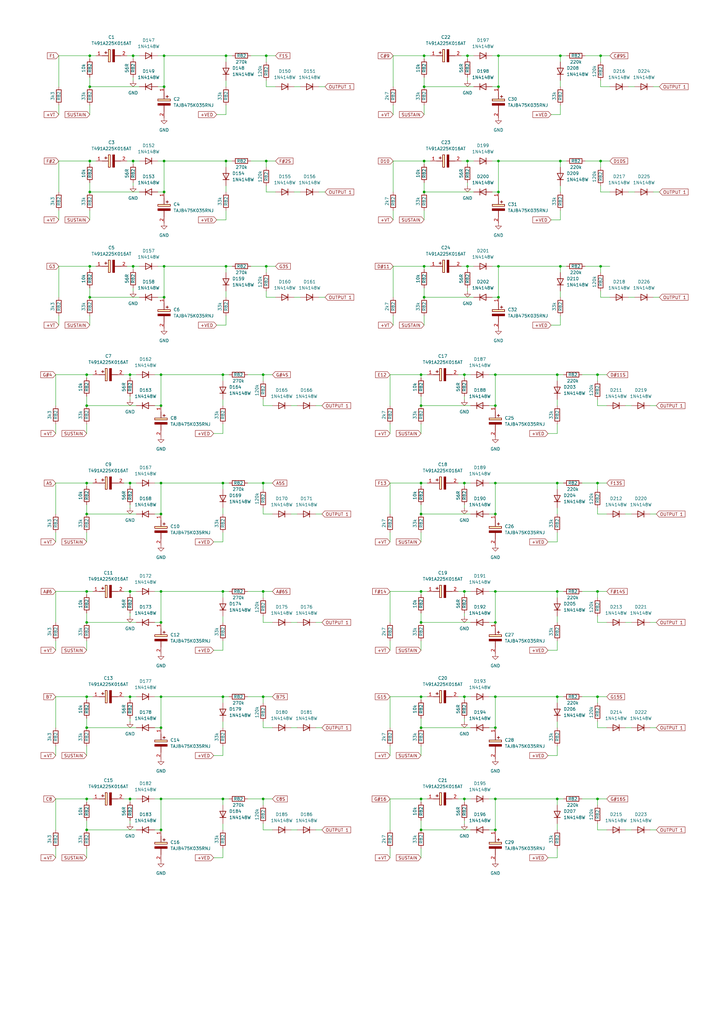
<source format=kicad_sch>
(kicad_sch (version 20230121) (generator eeschema)
  (paper "A3" portrait)
  (junction (at 53.34 327.66))
  (junction (at 107.95 327.66))
  (junction (at 245.11 327.66))
  (junction (at 204.47 35.56))
  (junction (at 172.72 153.67))
  (junction (at 246.38 66.04))
  (junction (at 228.6 285.75))
  (junction (at 36.83 78.74))
  (junction (at 191.77 22.86))
  (junction (at 35.56 153.67))
  (junction (at 246.38 109.22))
  (junction (at 66.04 285.75))
  (junction (at 67.31 35.56))
  (junction (at 67.31 121.92))
  (junction (at 203.2 298.45))
  (junction (at 172.72 298.45))
  (junction (at 172.72 340.36))
  (junction (at 228.6 153.67))
  (junction (at 204.47 22.86))
  (junction (at 204.47 109.22))
  (junction (at 203.2 198.12))
  (junction (at 203.2 153.67))
  (junction (at 190.5 153.67))
  (junction (at 91.44 242.57))
  (junction (at 203.2 255.27))
  (junction (at 66.04 166.37))
  (junction (at 190.5 242.57))
  (junction (at 91.44 327.66))
  (junction (at 228.6 242.57))
  (junction (at 229.87 22.86))
  (junction (at 228.6 198.12))
  (junction (at 172.72 255.27))
  (junction (at 107.95 198.12))
  (junction (at 173.99 78.74))
  (junction (at 191.77 109.22))
  (junction (at 107.95 242.57))
  (junction (at 107.95 285.75))
  (junction (at 67.31 66.04))
  (junction (at 204.47 78.74))
  (junction (at 35.56 255.27))
  (junction (at 53.34 153.67))
  (junction (at 92.71 22.86))
  (junction (at 172.72 210.82))
  (junction (at 203.2 242.57))
  (junction (at 228.6 327.66))
  (junction (at 67.31 109.22))
  (junction (at 66.04 153.67))
  (junction (at 66.04 255.27))
  (junction (at 172.72 198.12))
  (junction (at 35.56 198.12))
  (junction (at 109.22 22.86))
  (junction (at 203.2 210.82))
  (junction (at 66.04 340.36))
  (junction (at 67.31 78.74))
  (junction (at 190.5 285.75))
  (junction (at 53.34 285.75))
  (junction (at 36.83 121.92))
  (junction (at 191.77 66.04))
  (junction (at 91.44 198.12))
  (junction (at 66.04 298.45))
  (junction (at 66.04 327.66))
  (junction (at 203.2 340.36))
  (junction (at 91.44 285.75))
  (junction (at 54.61 22.86))
  (junction (at 107.95 153.67))
  (junction (at 229.87 109.22))
  (junction (at 245.11 198.12))
  (junction (at 173.99 35.56))
  (junction (at 172.72 166.37))
  (junction (at 35.56 166.37))
  (junction (at 67.31 22.86))
  (junction (at 190.5 198.12))
  (junction (at 172.72 285.75))
  (junction (at 245.11 153.67))
  (junction (at 36.83 66.04))
  (junction (at 91.44 153.67))
  (junction (at 172.72 327.66))
  (junction (at 173.99 22.86))
  (junction (at 36.83 22.86))
  (junction (at 246.38 22.86))
  (junction (at 203.2 166.37))
  (junction (at 245.11 285.75))
  (junction (at 203.2 327.66))
  (junction (at 92.71 66.04))
  (junction (at 229.87 66.04))
  (junction (at 66.04 242.57))
  (junction (at 109.22 109.22))
  (junction (at 92.71 109.22))
  (junction (at 36.83 35.56))
  (junction (at 36.83 109.22))
  (junction (at 173.99 121.92))
  (junction (at 35.56 298.45))
  (junction (at 245.11 242.57))
  (junction (at 53.34 198.12))
  (junction (at 109.22 66.04))
  (junction (at 35.56 242.57))
  (junction (at 204.47 66.04))
  (junction (at 35.56 327.66))
  (junction (at 35.56 285.75))
  (junction (at 190.5 327.66))
  (junction (at 173.99 66.04))
  (junction (at 172.72 242.57))
  (junction (at 54.61 109.22))
  (junction (at 66.04 210.82))
  (junction (at 173.99 109.22))
  (junction (at 203.2 285.75))
  (junction (at 53.34 242.57))
  (junction (at 35.56 340.36))
  (junction (at 35.56 210.82))
  (junction (at 54.61 66.04))
  (junction (at 204.47 121.92))
  (junction (at 66.04 198.12))
  (wire (pts (xy 102.87 109.22) (xy 109.22 109.22)))
  (wire (pts (xy 109.22 22.86) (xy 113.03 22.86)))
  (wire (pts (xy 190.5 328.93) (xy 190.5 327.66)))
  (wire (pts (xy 50.8 153.67) (xy 53.34 153.67)))
  (wire (pts (xy 91.44 285.75) (xy 93.98 285.75)))
  (wire (pts (xy 36.83 67.31) (xy 36.83 66.04)))
  (wire (pts (xy 173.99 74.93) (xy 173.99 78.74)))
  (wire (pts (xy 36.83 43.18) (xy 36.83 46.99)))
  (wire (pts (xy 66.04 327.66) (xy 66.04 340.36)))
  (wire (pts (xy 53.34 153.67) (xy 55.88 153.67)))
  (wire (pts (xy 245.11 255.27) (xy 248.92 255.27)))
  (wire (pts (xy 229.87 76.2) (xy 229.87 78.74)))
  (wire (pts (xy 66.04 285.75) (xy 63.5 285.75)))
  (wire (pts (xy 228.6 337.82) (xy 228.6 340.36)))
  (wire (pts (xy 204.47 22.86) (xy 204.47 35.56)))
  (wire (pts (xy 91.44 252.73) (xy 91.44 255.27)))
  (wire (pts (xy 246.38 22.86) (xy 246.38 25.4)))
  (wire (pts (xy 172.72 328.93) (xy 172.72 327.66)))
  (wire (pts (xy 161.29 22.86) (xy 161.29 35.56)))
  (wire (pts (xy 228.6 309.88) (xy 228.6 306.07)))
  (wire (pts (xy 92.71 76.2) (xy 92.71 78.74)))
  (wire (pts (xy 228.6 285.75) (xy 203.2 285.75)))
  (wire (pts (xy 109.22 109.22) (xy 109.22 111.76)))
  (wire (pts (xy 92.71 90.17) (xy 92.71 86.36)))
  (wire (pts (xy 35.56 210.82) (xy 55.88 210.82)))
  (wire (pts (xy 101.6 153.67) (xy 107.95 153.67)))
  (wire (pts (xy 173.99 22.86) (xy 176.53 22.86)))
  (wire (pts (xy 35.56 255.27) (xy 55.88 255.27)))
  (wire (pts (xy 245.11 198.12) (xy 248.92 198.12)))
  (wire (pts (xy 36.83 35.56) (xy 57.15 35.56)))
  (wire (pts (xy 53.34 328.93) (xy 53.34 327.66)))
  (wire (pts (xy 173.99 121.92) (xy 194.31 121.92)))
  (wire (pts (xy 35.56 207.01) (xy 35.56 210.82)))
  (wire (pts (xy 54.61 24.13) (xy 54.61 22.86)))
  (wire (pts (xy 245.11 327.66) (xy 245.11 330.2)))
  (wire (pts (xy 87.63 351.79) (xy 91.44 351.79)))
  (wire (pts (xy 172.72 306.07) (xy 172.72 309.88)))
  (wire (pts (xy 190.5 285.75) (xy 193.04 285.75)))
  (wire (pts (xy 35.56 340.36) (xy 55.88 340.36)))
  (wire (pts (xy 228.6 200.66) (xy 228.6 198.12)))
  (wire (pts (xy 22.86 153.67) (xy 35.56 153.67)))
  (wire (pts (xy 92.71 33.02) (xy 92.71 35.56)))
  (wire (pts (xy 36.83 129.54) (xy 36.83 133.35)))
  (wire (pts (xy 246.38 33.02) (xy 246.38 35.56)))
  (wire (pts (xy 172.72 298.45) (xy 193.04 298.45)))
  (wire (pts (xy 22.86 242.57) (xy 35.56 242.57)))
  (wire (pts (xy 54.61 110.49) (xy 54.61 109.22)))
  (wire (pts (xy 172.72 294.64) (xy 172.72 298.45)))
  (wire (pts (xy 240.03 66.04) (xy 246.38 66.04)))
  (wire (pts (xy 22.86 327.66) (xy 22.86 340.36)))
  (wire (pts (xy 36.83 31.75) (xy 36.83 35.56)))
  (wire (pts (xy 91.44 222.25) (xy 91.44 218.44)))
  (wire (pts (xy 119.38 166.37) (xy 121.92 166.37)))
  (wire (pts (xy 160.02 153.67) (xy 172.72 153.67)))
  (wire (pts (xy 36.83 121.92) (xy 57.15 121.92)))
  (wire (pts (xy 267.97 78.74) (xy 270.51 78.74)))
  (wire (pts (xy 120.65 121.92) (xy 123.19 121.92)))
  (wire (pts (xy 228.6 153.67) (xy 203.2 153.67)))
  (wire (pts (xy 238.76 153.67) (xy 245.11 153.67)))
  (wire (pts (xy 257.81 35.56) (xy 260.35 35.56)))
  (wire (pts (xy 191.77 110.49) (xy 191.77 109.22)))
  (wire (pts (xy 109.22 109.22) (xy 113.03 109.22)))
  (wire (pts (xy 53.34 287.02) (xy 53.34 285.75)))
  (wire (pts (xy 119.38 298.45) (xy 121.92 298.45)))
  (wire (pts (xy 266.7 255.27) (xy 269.24 255.27)))
  (wire (pts (xy 92.71 111.76) (xy 92.71 109.22)))
  (wire (pts (xy 22.86 306.07) (xy 22.86 309.88)))
  (wire (pts (xy 53.34 207.01) (xy 53.34 208.28)))
  (wire (pts (xy 267.97 121.92) (xy 270.51 121.92)))
  (wire (pts (xy 160.02 262.89) (xy 160.02 266.7)))
  (wire (pts (xy 66.04 198.12) (xy 63.5 198.12)))
  (wire (pts (xy 229.87 22.86) (xy 204.47 22.86)))
  (wire (pts (xy 173.99 78.74) (xy 194.31 78.74)))
  (wire (pts (xy 161.29 109.22) (xy 161.29 121.92)))
  (wire (pts (xy 120.65 35.56) (xy 123.19 35.56)))
  (wire (pts (xy 190.5 199.39) (xy 190.5 198.12)))
  (wire (pts (xy 191.77 24.13) (xy 191.77 22.86)))
  (wire (pts (xy 91.44 309.88) (xy 91.44 306.07)))
  (wire (pts (xy 190.5 294.64) (xy 190.5 295.91)))
  (wire (pts (xy 120.65 78.74) (xy 123.19 78.74)))
  (wire (pts (xy 66.04 210.82) (xy 63.5 210.82)))
  (wire (pts (xy 91.44 295.91) (xy 91.44 298.45)))
  (wire (pts (xy 172.72 287.02) (xy 172.72 285.75)))
  (wire (pts (xy 36.83 78.74) (xy 57.15 78.74)))
  (wire (pts (xy 35.56 153.67) (xy 38.1 153.67)))
  (wire (pts (xy 24.13 129.54) (xy 24.13 133.35)))
  (wire (pts (xy 52.07 109.22) (xy 54.61 109.22)))
  (wire (pts (xy 203.2 340.36) (xy 200.66 340.36)))
  (wire (pts (xy 173.99 43.18) (xy 173.99 46.99)))
  (wire (pts (xy 246.38 66.04) (xy 246.38 68.58)))
  (wire (pts (xy 203.2 285.75) (xy 200.66 285.75)))
  (wire (pts (xy 54.61 22.86) (xy 57.15 22.86)))
  (wire (pts (xy 245.11 285.75) (xy 245.11 288.29)))
  (wire (pts (xy 172.72 251.46) (xy 172.72 255.27)))
  (wire (pts (xy 228.6 242.57) (xy 203.2 242.57)))
  (wire (pts (xy 246.38 109.22) (xy 246.38 111.76)))
  (wire (pts (xy 229.87 66.04) (xy 204.47 66.04)))
  (wire (pts (xy 35.56 328.93) (xy 35.56 327.66)))
  (wire (pts (xy 228.6 327.66) (xy 203.2 327.66)))
  (wire (pts (xy 119.38 340.36) (xy 121.92 340.36)))
  (wire (pts (xy 189.23 109.22) (xy 191.77 109.22)))
  (wire (pts (xy 161.29 66.04) (xy 173.99 66.04)))
  (wire (pts (xy 240.03 22.86) (xy 246.38 22.86)))
  (wire (pts (xy 173.99 31.75) (xy 173.99 35.56)))
  (wire (pts (xy 203.2 242.57) (xy 200.66 242.57)))
  (wire (pts (xy 35.56 166.37) (xy 55.88 166.37)))
  (wire (pts (xy 204.47 66.04) (xy 201.93 66.04)))
  (wire (pts (xy 172.72 198.12) (xy 175.26 198.12)))
  (wire (pts (xy 22.86 198.12) (xy 35.56 198.12)))
  (wire (pts (xy 92.71 66.04) (xy 67.31 66.04)))
  (wire (pts (xy 22.86 347.98) (xy 22.86 351.79)))
  (wire (pts (xy 107.95 163.83) (xy 107.95 166.37)))
  (wire (pts (xy 228.6 242.57) (xy 231.14 242.57)))
  (wire (pts (xy 160.02 198.12) (xy 160.02 210.82)))
  (wire (pts (xy 36.83 110.49) (xy 36.83 109.22)))
  (wire (pts (xy 203.2 198.12) (xy 203.2 210.82)))
  (wire (pts (xy 228.6 351.79) (xy 228.6 347.98)))
  (wire (pts (xy 228.6 252.73) (xy 228.6 255.27)))
  (wire (pts (xy 160.02 242.57) (xy 160.02 255.27)))
  (wire (pts (xy 92.71 22.86) (xy 67.31 22.86)))
  (wire (pts (xy 91.44 245.11) (xy 91.44 242.57)))
  (wire (pts (xy 107.95 252.73) (xy 107.95 255.27)))
  (wire (pts (xy 129.54 255.27) (xy 132.08 255.27)))
  (wire (pts (xy 91.44 330.2) (xy 91.44 327.66)))
  (wire (pts (xy 161.29 86.36) (xy 161.29 90.17)))
  (wire (pts (xy 172.72 347.98) (xy 172.72 351.79)))
  (wire (pts (xy 67.31 22.86) (xy 64.77 22.86)))
  (wire (pts (xy 107.95 242.57) (xy 107.95 245.11)))
  (wire (pts (xy 53.34 199.39) (xy 53.34 198.12)))
  (wire (pts (xy 204.47 66.04) (xy 204.47 78.74)))
  (wire (pts (xy 245.11 153.67) (xy 248.92 153.67)))
  (wire (pts (xy 53.34 251.46) (xy 53.34 252.73)))
  (wire (pts (xy 160.02 285.75) (xy 172.72 285.75)))
  (wire (pts (xy 107.95 285.75) (xy 111.76 285.75)))
  (wire (pts (xy 190.5 154.94) (xy 190.5 153.67)))
  (wire (pts (xy 36.83 109.22) (xy 39.37 109.22)))
  (wire (pts (xy 245.11 252.73) (xy 245.11 255.27)))
  (wire (pts (xy 35.56 242.57) (xy 38.1 242.57)))
  (wire (pts (xy 190.5 287.02) (xy 190.5 285.75)))
  (wire (pts (xy 35.56 285.75) (xy 38.1 285.75)))
  (wire (pts (xy 54.61 118.11) (xy 54.61 119.38)))
  (wire (pts (xy 203.2 166.37) (xy 200.66 166.37)))
  (wire (pts (xy 191.77 22.86) (xy 194.31 22.86)))
  (wire (pts (xy 107.95 255.27) (xy 111.76 255.27)))
  (wire (pts (xy 257.81 121.92) (xy 260.35 121.92)))
  (wire (pts (xy 50.8 242.57) (xy 53.34 242.57)))
  (wire (pts (xy 109.22 35.56) (xy 113.03 35.56)))
  (wire (pts (xy 204.47 121.92) (xy 201.93 121.92)))
  (wire (pts (xy 92.71 109.22) (xy 95.25 109.22)))
  (wire (pts (xy 35.56 162.56) (xy 35.56 166.37)))
  (wire (pts (xy 53.34 285.75) (xy 55.88 285.75)))
  (wire (pts (xy 67.31 78.74) (xy 64.77 78.74)))
  (wire (pts (xy 92.71 68.58) (xy 92.71 66.04)))
  (wire (pts (xy 22.86 198.12) (xy 22.86 210.82)))
  (wire (pts (xy 228.6 156.21) (xy 228.6 153.67)))
  (wire (pts (xy 224.79 177.8) (xy 228.6 177.8)))
  (wire (pts (xy 228.6 285.75) (xy 231.14 285.75)))
  (wire (pts (xy 191.77 74.93) (xy 191.77 76.2)))
  (wire (pts (xy 129.54 340.36) (xy 132.08 340.36)))
  (wire (pts (xy 35.56 327.66) (xy 38.1 327.66)))
  (wire (pts (xy 203.2 327.66) (xy 203.2 340.36)))
  (wire (pts (xy 107.95 242.57) (xy 111.76 242.57)))
  (wire (pts (xy 229.87 133.35) (xy 229.87 129.54)))
  (wire (pts (xy 35.56 173.99) (xy 35.56 177.8)))
  (wire (pts (xy 66.04 242.57) (xy 66.04 255.27)))
  (wire (pts (xy 266.7 210.82) (xy 269.24 210.82)))
  (wire (pts (xy 87.63 177.8) (xy 91.44 177.8)))
  (wire (pts (xy 229.87 109.22) (xy 204.47 109.22)))
  (wire (pts (xy 88.9 90.17) (xy 92.71 90.17)))
  (wire (pts (xy 228.6 153.67) (xy 231.14 153.67)))
  (wire (pts (xy 35.56 287.02) (xy 35.56 285.75)))
  (wire (pts (xy 204.47 109.22) (xy 201.93 109.22)))
  (wire (pts (xy 245.11 198.12) (xy 245.11 200.66)))
  (wire (pts (xy 228.6 198.12) (xy 203.2 198.12)))
  (wire (pts (xy 245.11 242.57) (xy 248.92 242.57)))
  (wire (pts (xy 173.99 118.11) (xy 173.99 121.92)))
  (wire (pts (xy 22.86 262.89) (xy 22.86 266.7)))
  (wire (pts (xy 91.44 327.66) (xy 66.04 327.66)))
  (wire (pts (xy 91.44 337.82) (xy 91.44 340.36)))
  (wire (pts (xy 160.02 327.66) (xy 160.02 340.36)))
  (wire (pts (xy 53.34 336.55) (xy 53.34 337.82)))
  (wire (pts (xy 22.86 153.67) (xy 22.86 166.37)))
  (wire (pts (xy 91.44 200.66) (xy 91.44 198.12)))
  (wire (pts (xy 160.02 242.57) (xy 172.72 242.57)))
  (wire (pts (xy 161.29 22.86) (xy 173.99 22.86)))
  (wire (pts (xy 228.6 198.12) (xy 231.14 198.12)))
  (wire (pts (xy 203.2 298.45) (xy 200.66 298.45)))
  (wire (pts (xy 101.6 242.57) (xy 107.95 242.57)))
  (wire (pts (xy 190.5 207.01) (xy 190.5 208.28)))
  (wire (pts (xy 53.34 327.66) (xy 55.88 327.66)))
  (wire (pts (xy 101.6 327.66) (xy 107.95 327.66)))
  (wire (pts (xy 52.07 66.04) (xy 54.61 66.04)))
  (wire (pts (xy 160.02 285.75) (xy 160.02 298.45)))
  (wire (pts (xy 92.71 46.99) (xy 92.71 43.18)))
  (wire (pts (xy 35.56 347.98) (xy 35.56 351.79)))
  (wire (pts (xy 256.54 166.37) (xy 259.08 166.37)))
  (wire (pts (xy 240.03 109.22) (xy 246.38 109.22)))
  (wire (pts (xy 256.54 298.45) (xy 259.08 298.45)))
  (wire (pts (xy 204.47 78.74) (xy 201.93 78.74)))
  (wire (pts (xy 228.6 266.7) (xy 228.6 262.89)))
  (wire (pts (xy 91.44 351.79) (xy 91.44 347.98)))
  (wire (pts (xy 53.34 294.64) (xy 53.34 295.91)))
  (wire (pts (xy 130.81 35.56) (xy 133.35 35.56)))
  (wire (pts (xy 172.72 336.55) (xy 172.72 340.36)))
  (wire (pts (xy 107.95 285.75) (xy 107.95 288.29)))
  (wire (pts (xy 229.87 25.4) (xy 229.87 22.86)))
  (wire (pts (xy 203.2 153.67) (xy 203.2 166.37)))
  (wire (pts (xy 109.22 76.2) (xy 109.22 78.74)))
  (wire (pts (xy 172.72 340.36) (xy 193.04 340.36)))
  (wire (pts (xy 91.44 242.57) (xy 93.98 242.57)))
  (wire (pts (xy 22.86 173.99) (xy 22.86 177.8)))
  (wire (pts (xy 238.76 285.75) (xy 245.11 285.75)))
  (wire (pts (xy 107.95 210.82) (xy 111.76 210.82)))
  (wire (pts (xy 66.04 153.67) (xy 63.5 153.67)))
  (wire (pts (xy 67.31 35.56) (xy 64.77 35.56)))
  (wire (pts (xy 229.87 46.99) (xy 229.87 43.18)))
  (wire (pts (xy 246.38 119.38) (xy 246.38 121.92)))
  (wire (pts (xy 267.97 35.56) (xy 270.51 35.56)))
  (wire (pts (xy 50.8 327.66) (xy 53.34 327.66)))
  (wire (pts (xy 190.5 243.84) (xy 190.5 242.57)))
  (wire (pts (xy 88.9 46.99) (xy 92.71 46.99)))
  (wire (pts (xy 35.56 336.55) (xy 35.56 340.36)))
  (wire (pts (xy 22.86 242.57) (xy 22.86 255.27)))
  (wire (pts (xy 24.13 86.36) (xy 24.13 90.17)))
  (wire (pts (xy 172.72 243.84) (xy 172.72 242.57)))
  (wire (pts (xy 161.29 43.18) (xy 161.29 46.99)))
  (wire (pts (xy 91.44 163.83) (xy 91.44 166.37)))
  (wire (pts (xy 36.83 74.93) (xy 36.83 78.74)))
  (wire (pts (xy 22.86 327.66) (xy 35.56 327.66)))
  (wire (pts (xy 266.7 166.37) (xy 269.24 166.37)))
  (wire (pts (xy 24.13 66.04) (xy 24.13 78.74)))
  (wire (pts (xy 101.6 198.12) (xy 107.95 198.12)))
  (wire (pts (xy 224.79 309.88) (xy 228.6 309.88)))
  (wire (pts (xy 101.6 285.75) (xy 107.95 285.75)))
  (wire (pts (xy 50.8 198.12) (xy 53.34 198.12)))
  (wire (pts (xy 92.71 66.04) (xy 95.25 66.04)))
  (wire (pts (xy 226.06 46.99) (xy 229.87 46.99)))
  (wire (pts (xy 36.83 86.36) (xy 36.83 90.17)))
  (wire (pts (xy 53.34 243.84) (xy 53.34 242.57)))
  (wire (pts (xy 91.44 198.12) (xy 93.98 198.12)))
  (wire (pts (xy 109.22 66.04) (xy 113.03 66.04)))
  (wire (pts (xy 91.44 285.75) (xy 66.04 285.75)))
  (wire (pts (xy 119.38 210.82) (xy 121.92 210.82)))
  (wire (pts (xy 187.96 153.67) (xy 190.5 153.67)))
  (wire (pts (xy 129.54 166.37) (xy 132.08 166.37)))
  (wire (pts (xy 53.34 162.56) (xy 53.34 163.83)))
  (wire (pts (xy 130.81 121.92) (xy 133.35 121.92)))
  (wire (pts (xy 187.96 198.12) (xy 190.5 198.12)))
  (wire (pts (xy 91.44 242.57) (xy 66.04 242.57)))
  (wire (pts (xy 160.02 173.99) (xy 160.02 177.8)))
  (wire (pts (xy 35.56 294.64) (xy 35.56 298.45)))
  (wire (pts (xy 160.02 327.66) (xy 172.72 327.66)))
  (wire (pts (xy 91.44 153.67) (xy 66.04 153.67)))
  (wire (pts (xy 161.29 66.04) (xy 161.29 78.74)))
  (wire (pts (xy 24.13 109.22) (xy 24.13 121.92)))
  (wire (pts (xy 91.44 266.7) (xy 91.44 262.89)))
  (wire (pts (xy 35.56 154.94) (xy 35.56 153.67)))
  (wire (pts (xy 22.86 285.75) (xy 22.86 298.45)))
  (wire (pts (xy 22.86 285.75) (xy 35.56 285.75)))
  (wire (pts (xy 36.83 118.11) (xy 36.83 121.92)))
  (wire (pts (xy 245.11 210.82) (xy 248.92 210.82)))
  (wire (pts (xy 229.87 66.04) (xy 232.41 66.04)))
  (wire (pts (xy 229.87 111.76) (xy 229.87 109.22)))
  (wire (pts (xy 190.5 198.12) (xy 193.04 198.12)))
  (wire (pts (xy 246.38 78.74) (xy 250.19 78.74)))
  (wire (pts (xy 173.99 24.13) (xy 173.99 22.86)))
  (wire (pts (xy 245.11 285.75) (xy 248.92 285.75)))
  (wire (pts (xy 107.95 153.67) (xy 111.76 153.67)))
  (wire (pts (xy 107.95 298.45) (xy 111.76 298.45)))
  (wire (pts (xy 160.02 153.67) (xy 160.02 166.37)))
  (wire (pts (xy 173.99 86.36) (xy 173.99 90.17)))
  (wire (pts (xy 102.87 22.86) (xy 109.22 22.86)))
  (wire (pts (xy 224.79 351.79) (xy 228.6 351.79)))
  (wire (pts (xy 67.31 66.04) (xy 64.77 66.04)))
  (wire (pts (xy 246.38 109.22) (xy 250.19 109.22)))
  (wire (pts (xy 54.61 67.31) (xy 54.61 66.04)))
  (wire (pts (xy 246.38 22.86) (xy 250.19 22.86)))
  (wire (pts (xy 109.22 78.74) (xy 113.03 78.74)))
  (wire (pts (xy 238.76 242.57) (xy 245.11 242.57)))
  (wire (pts (xy 35.56 262.89) (xy 35.56 266.7)))
  (wire (pts (xy 160.02 198.12) (xy 172.72 198.12)))
  (wire (pts (xy 92.71 119.38) (xy 92.71 121.92)))
  (wire (pts (xy 228.6 208.28) (xy 228.6 210.82)))
  (wire (pts (xy 172.72 242.57) (xy 175.26 242.57)))
  (wire (pts (xy 36.83 22.86) (xy 39.37 22.86)))
  (wire (pts (xy 66.04 340.36) (xy 63.5 340.36)))
  (wire (pts (xy 54.61 74.93) (xy 54.61 76.2)))
  (wire (pts (xy 229.87 68.58) (xy 229.87 66.04)))
  (wire (pts (xy 190.5 336.55) (xy 190.5 337.82)))
  (wire (pts (xy 224.79 266.7) (xy 228.6 266.7)))
  (wire (pts (xy 161.29 129.54) (xy 161.29 133.35)))
  (wire (pts (xy 245.11 295.91) (xy 245.11 298.45)))
  (wire (pts (xy 204.47 35.56) (xy 201.93 35.56)))
  (wire (pts (xy 191.77 109.22) (xy 194.31 109.22)))
  (wire (pts (xy 238.76 198.12) (xy 245.11 198.12)))
  (wire (pts (xy 203.2 242.57) (xy 203.2 255.27)))
  (wire (pts (xy 50.8 285.75) (xy 53.34 285.75)))
  (wire (pts (xy 228.6 327.66) (xy 231.14 327.66)))
  (wire (pts (xy 91.44 153.67) (xy 93.98 153.67)))
  (wire (pts (xy 172.72 207.01) (xy 172.72 210.82)))
  (wire (pts (xy 87.63 309.88) (xy 91.44 309.88)))
  (wire (pts (xy 53.34 154.94) (xy 53.34 153.67)))
  (wire (pts (xy 246.38 121.92) (xy 250.19 121.92)))
  (wire (pts (xy 256.54 340.36) (xy 259.08 340.36)))
  (wire (pts (xy 256.54 255.27) (xy 259.08 255.27)))
  (wire (pts (xy 109.22 66.04) (xy 109.22 68.58)))
  (wire (pts (xy 245.11 242.57) (xy 245.11 245.11)))
  (wire (pts (xy 35.56 199.39) (xy 35.56 198.12)))
  (wire (pts (xy 190.5 162.56) (xy 190.5 163.83)))
  (wire (pts (xy 92.71 22.86) (xy 95.25 22.86)))
  (wire (pts (xy 91.44 208.28) (xy 91.44 210.82)))
  (wire (pts (xy 91.44 327.66) (xy 93.98 327.66)))
  (wire (pts (xy 238.76 327.66) (xy 245.11 327.66)))
  (wire (pts (xy 172.72 218.44) (xy 172.72 222.25)))
  (wire (pts (xy 87.63 266.7) (xy 91.44 266.7)))
  (wire (pts (xy 172.72 327.66) (xy 175.26 327.66)))
  (wire (pts (xy 129.54 210.82) (xy 132.08 210.82)))
  (wire (pts (xy 107.95 208.28) (xy 107.95 210.82)))
  (wire (pts (xy 224.79 222.25) (xy 228.6 222.25)))
  (wire (pts (xy 107.95 337.82) (xy 107.95 340.36)))
  (wire (pts (xy 190.5 251.46) (xy 190.5 252.73)))
  (wire (pts (xy 173.99 129.54) (xy 173.99 133.35)))
  (wire (pts (xy 66.04 298.45) (xy 63.5 298.45)))
  (wire (pts (xy 191.77 67.31) (xy 191.77 66.04)))
  (wire (pts (xy 102.87 66.04) (xy 109.22 66.04)))
  (wire (pts (xy 107.95 327.66) (xy 107.95 330.2)))
  (wire (pts (xy 24.13 22.86) (xy 36.83 22.86)))
  (wire (pts (xy 266.7 340.36) (xy 269.24 340.36)))
  (wire (pts (xy 53.34 242.57) (xy 55.88 242.57)))
  (wire (pts (xy 172.72 173.99) (xy 172.72 177.8)))
  (wire (pts (xy 66.04 198.12) (xy 66.04 210.82)))
  (wire (pts (xy 87.63 222.25) (xy 91.44 222.25)))
  (wire (pts (xy 91.44 177.8) (xy 91.44 173.99)))
  (wire (pts (xy 203.2 153.67) (xy 200.66 153.67)))
  (wire (pts (xy 191.77 66.04) (xy 194.31 66.04)))
  (wire (pts (xy 88.9 133.35) (xy 92.71 133.35)))
  (wire (pts (xy 173.99 109.22) (xy 176.53 109.22)))
  (wire (pts (xy 172.72 154.94) (xy 172.72 153.67)))
  (wire (pts (xy 54.61 109.22) (xy 57.15 109.22)))
  (wire (pts (xy 35.56 243.84) (xy 35.56 242.57)))
  (wire (pts (xy 66.04 255.27) (xy 63.5 255.27)))
  (wire (pts (xy 191.77 118.11) (xy 191.77 119.38)))
  (wire (pts (xy 24.13 43.18) (xy 24.13 46.99)))
  (wire (pts (xy 256.54 210.82) (xy 259.08 210.82)))
  (wire (pts (xy 67.31 109.22) (xy 67.31 121.92)))
  (wire (pts (xy 228.6 288.29) (xy 228.6 285.75)))
  (wire (pts (xy 228.6 222.25) (xy 228.6 218.44)))
  (wire (pts (xy 245.11 337.82) (xy 245.11 340.36)))
  (wire (pts (xy 245.11 208.28) (xy 245.11 210.82)))
  (wire (pts (xy 172.72 166.37) (xy 193.04 166.37)))
  (wire (pts (xy 161.29 109.22) (xy 173.99 109.22)))
  (wire (pts (xy 173.99 67.31) (xy 173.99 66.04)))
  (wire (pts (xy 204.47 109.22) (xy 204.47 121.92)))
  (wire (pts (xy 92.71 25.4) (xy 92.71 22.86)))
  (wire (pts (xy 266.7 298.45) (xy 269.24 298.45)))
  (wire (pts (xy 228.6 330.2) (xy 228.6 327.66)))
  (wire (pts (xy 66.04 327.66) (xy 63.5 327.66)))
  (wire (pts (xy 53.34 198.12) (xy 55.88 198.12)))
  (wire (pts (xy 35.56 198.12) (xy 38.1 198.12)))
  (wire (pts (xy 203.2 255.27) (xy 200.66 255.27)))
  (wire (pts (xy 54.61 31.75) (xy 54.61 33.02)))
  (wire (pts (xy 172.72 285.75) (xy 175.26 285.75)))
  (wire (pts (xy 24.13 66.04) (xy 36.83 66.04)))
  (wire (pts (xy 172.72 255.27) (xy 193.04 255.27)))
  (wire (pts (xy 229.87 119.38) (xy 229.87 121.92)))
  (wire (pts (xy 107.95 340.36) (xy 111.76 340.36)))
  (wire (pts (xy 245.11 163.83) (xy 245.11 166.37)))
  (wire (pts (xy 35.56 251.46) (xy 35.56 255.27)))
  (wire (pts (xy 187.96 242.57) (xy 190.5 242.57)))
  (wire (pts (xy 245.11 153.67) (xy 245.11 156.21)))
  (wire (pts (xy 160.02 306.07) (xy 160.02 309.88)))
  (wire (pts (xy 226.06 90.17) (xy 229.87 90.17)))
  (wire (pts (xy 189.23 22.86) (xy 191.77 22.86)))
  (wire (pts (xy 257.81 78.74) (xy 260.35 78.74)))
  (wire (pts (xy 187.96 327.66) (xy 190.5 327.66)))
  (wire (pts (xy 24.13 109.22) (xy 36.83 109.22)))
  (wire (pts (xy 92.71 133.35) (xy 92.71 129.54)))
  (wire (pts (xy 107.95 198.12) (xy 107.95 200.66)))
  (wire (pts (xy 246.38 35.56) (xy 250.19 35.56)))
  (wire (pts (xy 109.22 121.92) (xy 113.03 121.92)))
  (wire (pts (xy 66.04 166.37) (xy 63.5 166.37)))
  (wire (pts (xy 203.2 327.66) (xy 200.66 327.66)))
  (wire (pts (xy 228.6 295.91) (xy 228.6 298.45)))
  (wire (pts (xy 229.87 33.02) (xy 229.87 35.56)))
  (wire (pts (xy 246.38 66.04) (xy 250.19 66.04)))
  (wire (pts (xy 187.96 285.75) (xy 190.5 285.75)))
  (wire (pts (xy 160.02 218.44) (xy 160.02 222.25)))
  (wire (pts (xy 107.95 327.66) (xy 111.76 327.66)))
  (wire (pts (xy 228.6 245.11) (xy 228.6 242.57)))
  (wire (pts (xy 107.95 153.67) (xy 107.95 156.21)))
  (wire (pts (xy 67.31 22.86) (xy 67.31 35.56)))
  (wire (pts (xy 173.99 66.04) (xy 176.53 66.04)))
  (wire (pts (xy 91.44 198.12) (xy 66.04 198.12)))
  (wire (pts (xy 160.02 347.98) (xy 160.02 351.79)))
  (wire (pts (xy 245.11 340.36) (xy 248.92 340.36)))
  (wire (pts (xy 91.44 156.21) (xy 91.44 153.67)))
  (wire (pts (xy 35.56 218.44) (xy 35.56 222.25)))
  (wire (pts (xy 66.04 153.67) (xy 66.04 166.37)))
  (wire (pts (xy 36.83 66.04) (xy 39.37 66.04)))
  (wire (pts (xy 52.07 22.86) (xy 54.61 22.86)))
  (wire (pts (xy 229.87 109.22) (xy 232.41 109.22)))
  (wire (pts (xy 228.6 177.8) (xy 228.6 173.99)))
  (wire (pts (xy 190.5 327.66) (xy 193.04 327.66)))
  (wire (pts (xy 91.44 288.29) (xy 91.44 285.75)))
  (wire (pts (xy 107.95 295.91) (xy 107.95 298.45)))
  (wire (pts (xy 36.83 24.13) (xy 36.83 22.86)))
  (wire (pts (xy 245.11 298.45) (xy 248.92 298.45)))
  (wire (pts (xy 119.38 255.27) (xy 121.92 255.27)))
  (wire (pts (xy 35.56 298.45) (xy 55.88 298.45)))
  (wire (pts (xy 203.2 285.75) (xy 203.2 298.45)))
  (wire (pts (xy 67.31 109.22) (xy 64.77 109.22)))
  (wire (pts (xy 107.95 166.37) (xy 111.76 166.37)))
  (wire (pts (xy 67.31 66.04) (xy 67.31 78.74)))
  (wire (pts (xy 204.47 22.86) (xy 201.93 22.86)))
  (wire (pts (xy 228.6 163.83) (xy 228.6 166.37)))
  (wire (pts (xy 92.71 109.22) (xy 67.31 109.22)))
  (wire (pts (xy 24.13 22.86) (xy 24.13 35.56)))
  (wire (pts (xy 203.2 198.12) (xy 200.66 198.12)))
  (wire (pts (xy 35.56 306.07) (xy 35.56 309.88)))
  (wire (pts (xy 229.87 90.17) (xy 229.87 86.36)))
  (wire (pts (xy 172.72 153.67) (xy 175.26 153.67)))
  (wire (pts (xy 245.11 327.66) (xy 248.92 327.66)))
  (wire (pts (xy 22.86 218.44) (xy 22.86 222.25)))
  (wire (pts (xy 245.11 166.37) (xy 248.92 166.37)))
  (wire (pts (xy 172.72 262.89) (xy 172.72 266.7)))
  (wire (pts (xy 107.95 198.12) (xy 111.76 198.12)))
  (wire (pts (xy 173.99 110.49) (xy 173.99 109.22)))
  (wire (pts (xy 130.81 78.74) (xy 133.35 78.74)))
  (wire (pts (xy 191.77 31.75) (xy 191.77 33.02)))
  (wire (pts (xy 229.87 22.86) (xy 232.41 22.86)))
  (wire (pts (xy 189.23 66.04) (xy 191.77 66.04)))
  (wire (pts (xy 54.61 66.04) (xy 57.15 66.04)))
  (wire (pts (xy 172.72 162.56) (xy 172.72 166.37)))
  (wire (pts (xy 203.2 210.82) (xy 200.66 210.82)))
  (wire (pts (xy 109.22 22.86) (xy 109.22 25.4)))
  (wire (pts (xy 109.22 33.02) (xy 109.22 35.56)))
  (wire (pts (xy 66.04 242.57) (xy 63.5 242.57)))
  (wire (pts (xy 172.72 210.82) (xy 193.04 210.82)))
  (wire (pts (xy 173.99 35.56) (xy 194.31 35.56)))
  (wire (pts (xy 190.5 153.67) (xy 193.04 153.67)))
  (wire (pts (xy 246.38 76.2) (xy 246.38 78.74)))
  (wire (pts (xy 67.31 121.92) (xy 64.77 121.92)))
  (wire (pts (xy 129.54 298.45) (xy 132.08 298.45)))
  (wire (pts (xy 66.04 285.75) (xy 66.04 298.45)))
  (wire (pts (xy 109.22 119.38) (xy 109.22 121.92)))
  (wire (pts (xy 172.72 199.39) (xy 172.72 198.12)))
  (wire (pts (xy 226.06 133.35) (xy 229.87 133.35)))
  (wire (pts (xy 190.5 242.57) (xy 193.04 242.57)))
  (global_label "F#2S" (shape input) (at 113.03 66.04 0) (property "Intersheetrefs" "${INTERSHEET_REFS}" (effects hide)))
  (global_label "+VT" (shape input) (at 22.86 309.88 180) (property "Intersheetrefs" "${INTERSHEET_REFS}" (effects hide)))
  (global_label "SUSTAIN" (shape input) (at 172.72 222.25 180) (property "Intersheetrefs" "${INTERSHEET_REFS}" (effects hide)))
  (global_label "OUTPUT 1" (shape input) (at 132.08 210.82 0) (property "Intersheetrefs" "${INTERSHEET_REFS}" (effects hide)))
  (global_label "SUSTAIN" (shape input) (at 36.83 46.99 180) (property "Intersheetrefs" "${INTERSHEET_REFS}" (effects hide)))
  (global_label "+VT" (shape input) (at 160.02 222.25 180) (property "Intersheetrefs" "${INTERSHEET_REFS}" (effects hide)))
  (global_label "OUTPUT 1" (shape input) (at 270.51 78.74 0) (property "Intersheetrefs" "${INTERSHEET_REFS}" (effects hide)))
  (global_label "G#4S" (shape input) (at 111.76 153.67 0) (property "Intersheetrefs" "${INTERSHEET_REFS}" (effects hide)))
  (global_label "SUSTAIN" (shape input) (at 36.83 133.35 180) (property "Intersheetrefs" "${INTERSHEET_REFS}" (effects hide)))
  (global_label "SUSTAIN" (shape input) (at 172.72 309.88 180) (property "Intersheetrefs" "${INTERSHEET_REFS}" (effects hide)))
  (global_label "A#6S" (shape input) (at 111.76 242.57 0) (property "Intersheetrefs" "${INTERSHEET_REFS}" (effects hide)))
  (global_label "+VT" (shape input) (at 161.29 133.35 180) (property "Intersheetrefs" "${INTERSHEET_REFS}" (effects hide)))
  (global_label "+VT" (shape input) (at 160.02 266.7 180) (property "Intersheetrefs" "${INTERSHEET_REFS}" (effects hide)))
  (global_label "D10S" (shape input) (at 250.19 66.04 0) (property "Intersheetrefs" "${INTERSHEET_REFS}" (effects hide)))
  (global_label "+VED" (shape input) (at 87.63 309.88 180) (property "Intersheetrefs" "${INTERSHEET_REFS}" (effects hide)))
  (global_label "OUTPUT 1" (shape input) (at 132.08 298.45 0) (property "Intersheetrefs" "${INTERSHEET_REFS}" (effects hide)))
  (global_label "G15S" (shape input) (at 248.92 285.75 0) (property "Intersheetrefs" "${INTERSHEET_REFS}" (effects hide)))
  (global_label "+VT" (shape input) (at 22.86 177.8 180) (property "Intersheetrefs" "${INTERSHEET_REFS}" (effects hide)))
  (global_label "OUTPUT 1" (shape input) (at 133.35 35.56 0) (property "Intersheetrefs" "${INTERSHEET_REFS}" (effects hide)))
  (global_label "SUSTAIN" (shape input) (at 36.83 90.17 180) (property "Intersheetrefs" "${INTERSHEET_REFS}" (effects hide)))
  (global_label "+VED" (shape input) (at 224.79 351.79 180) (property "Intersheetrefs" "${INTERSHEET_REFS}" (effects hide)))
  (global_label "G#16S" (shape input) (at 248.92 327.66 0) (property "Intersheetrefs" "${INTERSHEET_REFS}" (effects hide)))
  (global_label "+VT" (shape input) (at 160.02 177.8 180) (property "Intersheetrefs" "${INTERSHEET_REFS}" (effects hide)))
  (global_label "OUTPUT 1" (shape input) (at 269.24 298.45 0) (property "Intersheetrefs" "${INTERSHEET_REFS}" (effects hide)))
  (global_label "F#14S" (shape input) (at 248.92 242.57 0) (property "Intersheetrefs" "${INTERSHEET_REFS}" (effects hide)))
  (global_label "+VED" (shape input) (at 87.63 351.79 180) (property "Intersheetrefs" "${INTERSHEET_REFS}" (effects hide)))
  (global_label "OUTPUT 1" (shape input) (at 269.24 166.37 0) (property "Intersheetrefs" "${INTERSHEET_REFS}" (effects hide)))
  (global_label "G15" (shape input) (at 160.02 285.75 180) (property "Intersheetrefs" "${INTERSHEET_REFS}" (effects hide)))
  (global_label "G3" (shape input) (at 24.13 109.22 180) (property "Intersheetrefs" "${INTERSHEET_REFS}" (effects hide)))
  (global_label "OUTPUT 1" (shape input) (at 270.51 121.92 0) (property "Intersheetrefs" "${INTERSHEET_REFS}" (effects hide)))
  (global_label "+VED" (shape input) (at 224.79 177.8 180) (property "Intersheetrefs" "${INTERSHEET_REFS}" (effects hide)))
  (global_label "A#6" (shape input) (at 22.86 242.57 180) (property "Intersheetrefs" "${INTERSHEET_REFS}" (effects hide)))
  (global_label "SUSTAIN" (shape input) (at 35.56 309.88 180) (property "Intersheetrefs" "${INTERSHEET_REFS}" (effects hide)))
  (global_label "OUTPUT 1" (shape input) (at 270.51 35.56 0) (property "Intersheetrefs" "${INTERSHEET_REFS}" (effects hide)))
  (global_label "C8S" (shape input) (at 111.76 327.66 0) (property "Intersheetrefs" "${INTERSHEET_REFS}" (effects hide)))
  (global_label "F13S" (shape input) (at 248.92 198.12 0) (property "Intersheetrefs" "${INTERSHEET_REFS}" (effects hide)))
  (global_label "C#9" (shape input) (at 161.29 22.86 180) (property "Intersheetrefs" "${INTERSHEET_REFS}" (effects hide)))
  (global_label "F1S" (shape input) (at 113.03 22.86 0) (property "Intersheetrefs" "${INTERSHEET_REFS}" (effects hide)))
  (global_label "+VT" (shape input) (at 22.86 266.7 180) (property "Intersheetrefs" "${INTERSHEET_REFS}" (effects hide)))
  (global_label "E12" (shape input) (at 160.02 153.67 180) (property "Intersheetrefs" "${INTERSHEET_REFS}" (effects hide)))
  (global_label "+VED" (shape input) (at 88.9 46.99 180) (property "Intersheetrefs" "${INTERSHEET_REFS}" (effects hide)))
  (global_label "+VED" (shape input) (at 88.9 133.35 180) (property "Intersheetrefs" "${INTERSHEET_REFS}" (effects hide)))
  (global_label "+VED" (shape input) (at 226.06 90.17 180) (property "Intersheetrefs" "${INTERSHEET_REFS}" (effects hide)))
  (global_label "OUTPUT 1" (shape input) (at 269.24 255.27 0) (property "Intersheetrefs" "${INTERSHEET_REFS}" (effects hide)))
  (global_label "+VT" (shape input) (at 160.02 351.79 180) (property "Intersheetrefs" "${INTERSHEET_REFS}" (effects hide)))
  (global_label "G#4" (shape input) (at 22.86 153.67 180) (property "Intersheetrefs" "${INTERSHEET_REFS}" (effects hide)))
  (global_label "SUSTAIN" (shape input) (at 35.56 177.8 180) (property "Intersheetrefs" "${INTERSHEET_REFS}" (effects hide)))
  (global_label "+VED" (shape input) (at 226.06 46.99 180) (property "Intersheetrefs" "${INTERSHEET_REFS}" (effects hide)))
  (global_label "+VT" (shape input) (at 161.29 90.17 180) (property "Intersheetrefs" "${INTERSHEET_REFS}" (effects hide)))
  (global_label "OUTPUT 1" (shape input) (at 269.24 210.82 0) (property "Intersheetrefs" "${INTERSHEET_REFS}" (effects hide)))
  (global_label "OUTPUT 1" (shape input) (at 132.08 255.27 0) (property "Intersheetrefs" "${INTERSHEET_REFS}" (effects hide)))
  (global_label "SUSTAIN" (shape input) (at 173.99 90.17 180) (property "Intersheetrefs" "${INTERSHEET_REFS}" (effects hide)))
  (global_label "A5S" (shape input) (at 111.76 198.12 0) (property "Intersheetrefs" "${INTERSHEET_REFS}" (effects hide)))
  (global_label "+VT" (shape input) (at 22.86 351.79 180) (property "Intersheetrefs" "${INTERSHEET_REFS}" (effects hide)))
  (global_label "+VT" (shape input) (at 24.13 46.99 180) (property "Intersheetrefs" "${INTERSHEET_REFS}" (effects hide)))
  (global_label "SUSTAIN" (shape input) (at 173.99 46.99 180) (property "Intersheetrefs" "${INTERSHEET_REFS}" (effects hide)))
  (global_label "+VED" (shape input) (at 87.63 266.7 180) (property "Intersheetrefs" "${INTERSHEET_REFS}" (effects hide)))
  (global_label "OUTPUT 1" (shape input) (at 132.08 166.37 0) (property "Intersheetrefs" "${INTERSHEET_REFS}" (effects hide)))
  (global_label "F#14" (shape input) (at 160.02 242.57 180) (property "Intersheetrefs" "${INTERSHEET_REFS}" (effects hide)))
  (global_label "SUSTAIN" (shape input) (at 172.72 177.8 180) (property "Intersheetrefs" "${INTERSHEET_REFS}" (effects hide)))
  (global_label "OUTPUT 1" (shape input) (at 132.08 340.36 0) (property "Intersheetrefs" "${INTERSHEET_REFS}" (effects hide)))
  (global_label "F#2" (shape input) (at 24.13 66.04 180) (property "Intersheetrefs" "${INTERSHEET_REFS}" (effects hide)))
  (global_label "+VT" (shape input) (at 161.29 46.99 180) (property "Intersheetrefs" "${INTERSHEET_REFS}" (effects hide)))
  (global_label "D10" (shape input) (at 161.29 66.04 180) (property "Intersheetrefs" "${INTERSHEET_REFS}" (effects hide)))
  (global_label "B7" (shape input) (at 22.86 285.75 180) (property "Intersheetrefs" "${INTERSHEET_REFS}" (effects hide)))
  (global_label "OUTPUT 1" (shape input) (at 133.35 121.92 0) (property "Intersheetrefs" "${INTERSHEET_REFS}" (effects hide)))
  (global_label "SUSTAIN" (shape input) (at 35.56 222.25 180) (property "Intersheetrefs" "${INTERSHEET_REFS}" (effects hide)))
  (global_label "SUSTAIN" (shape input) (at 35.56 351.79 180) (property "Intersheetrefs" "${INTERSHEET_REFS}" (effects hide)))
  (global_label "+VED" (shape input) (at 224.79 222.25 180) (property "Intersheetrefs" "${INTERSHEET_REFS}" (effects hide)))
  (global_label "OUTPUT 1" (shape input) (at 269.24 340.36 0) (property "Intersheetrefs" "${INTERSHEET_REFS}" (effects hide)))
  (global_label "SUSTAIN" (shape input) (at 172.72 351.79 180) (property "Intersheetrefs" "${INTERSHEET_REFS}" (effects hide)))
  (global_label "C8" (shape input) (at 22.86 327.66 180) (property "Intersheetrefs" "${INTERSHEET_REFS}" (effects hide)))
  (global_label "F13" (shape input) (at 160.02 198.12 180) (property "Intersheetrefs" "${INTERSHEET_REFS}" (effects hide)))
  (global_label "+VT" (shape input) (at 160.02 309.88 180) (property "Intersheetrefs" "${INTERSHEET_REFS}" (effects hide)))
  (global_label "+VED" (shape input) (at 87.63 177.8 180) (property "Intersheetrefs" "${INTERSHEET_REFS}" (effects hide)))
  (global_label "SUSTAIN" (shape input) (at 172.72 266.7 180) (property "Intersheetrefs" "${INTERSHEET_REFS}" (effects hide)))
  (global_label "+VED" (shape input) (at 226.06 133.35 180) (property "Intersheetrefs" "${INTERSHEET_REFS}" (effects hide)))
  (global_label "+VT" (shape input) (at 24.13 133.35 180) (property "Intersheetrefs" "${INTERSHEET_REFS}" (effects hide)))
  (global_label "G#16" (shape input) (at 160.02 327.66 180) (property "Intersheetrefs" "${INTERSHEET_REFS}" (effects hide)))
  (global_label "SUSTAIN" (shape input) (at 173.99 133.35 180) (property "Intersheetrefs" "${INTERSHEET_REFS}" (effects hide)))
  (global_label "C#9S" (shape input) (at 250.19 22.86 0) (property "Intersheetrefs" "${INTERSHEET_REFS}" (effects hide)))
  (global_label "F1" (shape input) (at 24.13 22.86 180) (property "Intersheetrefs" "${INTERSHEET_REFS}" (effects hide)))
  (global_label "+VT" (shape input) (at 22.86 222.25 180) (property "Intersheetrefs" "${INTERSHEET_REFS}" (effects hide)))
  (global_label "+VED" (shape input) (at 224.79 309.88 180) (property "Intersheetrefs" "${INTERSHEET_REFS}" (effects hide)))
  (global_label "SUSTAIN" (shape input) (at 35.56 266.7 180) (property "Intersheetrefs" "${INTERSHEET_REFS}" (effects hide)))
  (global_label "+VT" (shape input) (at 24.13 90.17 180) (property "Intersheetrefs" "${INTERSHEET_REFS}" (effects hide)))
  (global_label "G3S" (shape input) (at 113.03 109.22 0) (property "Intersheetrefs" "${INTERSHEET_REFS}" (effects hide)))
  (global_label "OUTPUT 1" (shape input) (at 133.35 78.74 0) (property "Intersheetrefs" "${INTERSHEET_REFS}" (effects hide)))
  (global_label "+VED" (shape input) (at 88.9 90.17 180) (property "Intersheetrefs" "${INTERSHEET_REFS}" (effects hide)))
  (global_label "B7S" (shape input) (at 111.76 285.75 0) (property "Intersheetrefs" "${INTERSHEET_REFS}" (effects hide)))
  (global_label "+VED" (shape input) (at 224.79 266.7 180) (property "Intersheetrefs" "${INTERSHEET_REFS}" (effects hide)))
  (global_label "D#11" (shape input) (at 161.29 109.22 180) (property "Intersheetrefs" "${INTERSHEET_REFS}" (effects hide)))
  (global_label "A5" (shape input) (at 22.86 198.12 180) (property "Intersheetrefs" "${INTERSHEET_REFS}" (effects hide)))
  (global_label "D#11S" (shape input) (at 248.92 153.67 0) (property "Intersheetrefs" "${INTERSHEET_REFS}" (effects hide)))
  (global_label "+VED" (shape input) (at 87.63 222.25 180) (property "Intersheetrefs" "${INTERSHEET_REFS}" (effects hide)))
  (symbol (lib_id "Diode:1N4148W") (at 60.96 66.04 180) (unit 1)
    (property "Reference" "D152" (at 60.96 59.69 0))
    (property "Value" "1N4148W" (at 60.96 62.23 0))
    (property "Footprint" "Diode_SMD:D_SOD-123" (effects hide))
    (property "Datasheet" "https://www.vishay.com/docs/85748/1n4148w.pdf" (effects hide))
    (property "Sim.Device" "D" (effects hide))
    (property "Sim.Pins" "1=K 2=A" (effects hide))
  )
  (symbol (lib_id "SamacSys_Parts:TAJB475K035RNJ") (at 204.47 78.74 270) (unit 1)
    (property "Reference" "C31" (at 208.28 83.82 90) (effects (justify left)))
    (property "Value" "TAJB475K035RNJ" (at 208.28 86.36 90) (effects (justify left)))
    (property "Footprint" "CAPPM3528X210N" (effects hide))
    (property "Datasheet" "http://datasheets.avx.com/TAJ.pdf" (effects hide))
    (property "Height" "2.1" (effects hide))
    (property "Manufacturer_Name" "AVX" (effects hide))
    (property "Manufacturer_Part_Number" "TAJB475K035RNJ" (effects hide))
  )
  (symbol (lib_id "Diode:1N4148W") (at 115.57 255.27 180) (unit 1)
    (property "Reference" "D175" (at 115.57 248.92 0))
    (property "Value" "1N4148W" (at 115.57 251.46 0))
    (property "Footprint" "Diode_SMD:D_SOD-123" (effects hide))
    (property "Datasheet" "https://www.vishay.com/docs/85748/1n4148w.pdf" (effects hide))
    (property "Sim.Device" "D" (effects hide))
    (property "Sim.Pins" "1=K 2=A" (effects hide))
  )
  (symbol (lib_id "Diode:1N4148W") (at 229.87 115.57 90) (unit 1)
    (property "Reference" "D210" (at 232.41 114.3 90) (effects (justify right)))
    (property "Value" "1N4148W" (at 232.41 116.84 90) (effects (justify right)))
    (property "Footprint" "Diode_SMD:D_SOD-123" (effects hide))
    (property "Datasheet" "https://www.vishay.com/docs/85748/1n4148w.pdf" (effects hide))
    (property "Sim.Device" "D" (effects hide))
    (property "Sim.Pins" "1=K 2=A" (effects hide))
  )
  (symbol (lib_id "power:GND") (at 203.2 353.06 0) (unit 1)
    (property "Reference" "#PWR031" (effects hide))
    (property "Value" "GND" (at 203.2 358.14 0))
  )
  (symbol (lib_id "Device:R") (at 92.71 82.55 180) (unit 1)
    (property "Reference" "R82" (at 92.71 82.55 90))
    (property "Value" "33k" (at 90.17 82.55 90))
    (property "Footprint" "Resistor_SMD:R_1206_3216Metric" (effects hide))
    (instances (project "RPi Arcade Hat V0-4" (path "" (reference "R82") (unit 1))) (project "Lyrebird Keyboard Piano Card" (path "" (reference "R12") (unit 1))) (project "Lyrebird Keyboard" (path "" (reference "R9") (unit 1))))
  )
  (symbol (lib_id "Device:R") (at 234.95 242.57 270) (unit 1)
    (property "Reference" "R82" (at 234.95 242.57 90))
    (property "Value" "220k" (at 234.95 245.11 90))
    (property "Footprint" "Resistor_SMD:R_1206_3216Metric" (effects hide))
    (instances (project "RPi Arcade Hat V0-4" (path "" (reference "R82") (unit 1))) (project "Lyrebird Keyboard Piano Card" (path "" (reference "R99") (unit 1))) (project "Lyrebird Keyboard" (path "" (reference "R9") (unit 1))))
  )
  (symbol (lib_id "Diode:1N4148W") (at 125.73 298.45 180) (unit 1)
    (property "Reference" "D181" (at 125.73 292.1 0))
    (property "Value" "1N4148W" (at 125.73 294.64 0))
    (property "Footprint" "Diode_SMD:D_SOD-123" (effects hide))
    (property "Datasheet" "https://www.vishay.com/docs/85748/1n4148w.pdf" (effects hide))
    (property "Sim.Device" "D" (effects hide))
    (property "Sim.Pins" "1=K 2=A" (effects hide))
  )
  (symbol (lib_id "power:GND") (at 191.77 76.2 0) (unit 1)
    (property "Reference" "#PWR025" (effects hide))
    (property "Value" "GND" (at 191.77 81.28 0))
  )
  (symbol (lib_id "Diode:1N4148W") (at 196.85 327.66 180) (unit 1)
    (property "Reference" "D195" (at 196.85 321.31 0))
    (property "Value" "1N4148W" (at 196.85 323.85 0))
    (property "Footprint" "Diode_SMD:D_SOD-123" (effects hide))
    (property "Datasheet" "https://www.vishay.com/docs/85748/1n4148w.pdf" (effects hide))
    (property "Sim.Device" "D" (effects hide))
    (property "Sim.Pins" "1=K 2=A" (effects hide))
  )
  (symbol (lib_id "Device:R") (at 53.34 290.83 180) (unit 1)
    (property "Reference" "R82" (at 53.34 290.83 90))
    (property "Value" "56R" (at 50.8 290.83 90))
    (property "Footprint" "Resistor_SMD:R_1206_3216Metric" (effects hide))
    (instances (project "RPi Arcade Hat V0-4" (path "" (reference "R82") (unit 1))) (project "Lyrebird Keyboard Piano Card" (path "" (reference "R46") (unit 1))) (project "Lyrebird Keyboard" (path "" (reference "R9") (unit 1))))
  )
  (symbol (lib_id "Diode:1N4148W") (at 198.12 109.22 180) (unit 1)
    (property "Reference" "D201" (at 198.12 102.87 0))
    (property "Value" "1N4148W" (at 198.12 105.41 0))
    (property "Footprint" "Diode_SMD:D_SOD-123" (effects hide))
    (property "Datasheet" "https://www.vishay.com/docs/85748/1n4148w.pdf" (effects hide))
    (property "Sim.Device" "D" (effects hide))
    (property "Sim.Pins" "1=K 2=A" (effects hide))
  )
  (symbol (lib_id "Device:R") (at 22.86 170.18 180) (unit 1)
    (property "Reference" "R82" (at 22.86 170.18 90))
    (property "Value" "3k3" (at 20.32 170.18 90))
    (property "Footprint" "Resistor_SMD:R_1206_3216Metric" (effects hide))
    (instances (project "RPi Arcade Hat V0-4" (path "" (reference "R82") (unit 1))) (project "Lyrebird Keyboard Piano Card" (path "" (reference "R22") (unit 1))) (project "Lyrebird Keyboard" (path "" (reference "R9") (unit 1))))
  )
  (symbol (lib_id "Device:R") (at 91.44 302.26 180) (unit 1)
    (property "Reference" "R82" (at 91.44 302.26 90))
    (property "Value" "33k" (at 88.9 302.26 90))
    (property "Footprint" "Resistor_SMD:R_1206_3216Metric" (effects hide))
    (instances (project "RPi Arcade Hat V0-4" (path "" (reference "R82") (unit 1))) (project "Lyrebird Keyboard Piano Card" (path "" (reference "R47") (unit 1))) (project "Lyrebird Keyboard" (path "" (reference "R9") (unit 1))))
  )
  (symbol (lib_id "Device:R") (at 229.87 82.55 180) (unit 1)
    (property "Reference" "R82" (at 229.87 82.55 90))
    (property "Value" "33k" (at 227.33 82.55 90))
    (property "Footprint" "Resistor_SMD:R_1206_3216Metric" (effects hide))
    (instances (project "RPi Arcade Hat V0-4" (path "" (reference "R82") (unit 1))) (project "Lyrebird Keyboard Piano Card" (path "" (reference "R95") (unit 1))) (project "Lyrebird Keyboard" (path "" (reference "R9") (unit 1))))
  )
  (symbol (lib_id "Device:R") (at 109.22 72.39 180) (unit 1)
    (property "Reference" "R82" (at 109.22 72.39 90))
    (property "Value" "120k" (at 106.68 72.39 90))
    (property "Footprint" "Resistor_SMD:R_1206_3216Metric" (effects hide))
    (instances (project "RPi Arcade Hat V0-4" (path "" (reference "R82") (unit 1))) (project "Lyrebird Keyboard Piano Card" (path "" (reference "R14") (unit 1))) (project "Lyrebird Keyboard" (path "" (reference "R9") (unit 1))))
  )
  (symbol (lib_id "Diode:1N4148W") (at 196.85 242.57 180) (unit 1)
    (property "Reference" "D191" (at 196.85 236.22 0))
    (property "Value" "1N4148W" (at 196.85 238.76 0))
    (property "Footprint" "Diode_SMD:D_SOD-123" (effects hide))
    (property "Datasheet" "https://www.vishay.com/docs/85748/1n4148w.pdf" (effects hide))
    (property "Sim.Device" "D" (effects hide))
    (property "Sim.Pins" "1=K 2=A" (effects hide))
  )
  (symbol (lib_id "Device:R") (at 228.6 170.18 180) (unit 1)
    (property "Reference" "R82" (at 228.6 170.18 90))
    (property "Value" "33k" (at 226.06 170.18 90))
    (property "Footprint" "Resistor_SMD:R_1206_3216Metric" (effects hide))
    (instances (project "RPi Arcade Hat V0-4" (path "" (reference "R82") (unit 1))) (project "Lyrebird Keyboard Piano Card" (path "" (reference "R89") (unit 1))) (project "Lyrebird Keyboard" (path "" (reference "R9") (unit 1))))
  )
  (symbol (lib_id "Diode:1N4148W") (at 60.96 78.74 0) (unit 1)
    (property "Reference" "D153" (at 60.96 72.39 0))
    (property "Value" "1N4148W" (at 60.96 74.93 0))
    (property "Footprint" "Diode_SMD:D_SOD-123" (effects hide))
    (property "Datasheet" "https://www.vishay.com/docs/85748/1n4148w.pdf" (effects hide))
    (property "Sim.Device" "D" (effects hide))
    (property "Sim.Pins" "1=K 2=A" (effects hide))
  )
  (symbol (lib_id "Diode:1N4148W") (at 59.69 327.66 180) (unit 1)
    (property "Reference" "D182" (at 59.69 321.31 0))
    (property "Value" "1N4148W" (at 59.69 323.85 0))
    (property "Footprint" "Diode_SMD:D_SOD-123" (effects hide))
    (property "Datasheet" "https://www.vishay.com/docs/85748/1n4148w.pdf" (effects hide))
    (property "Sim.Device" "D" (effects hide))
    (property "Sim.Pins" "1=K 2=A" (effects hide))
  )
  (symbol (lib_id "SamacSys_Parts:T491A225K016AT") (at 175.26 327.66 0) (unit 1)
    (property "Reference" "C21" (at 181.61 320.04 0))
    (property "Value" "T491A225K016AT" (at 181.61 322.58 0))
    (property "Footprint" "T491A" (effects hide))
    (property "Datasheet" "https://content.kemet.com/datasheets/KEM_T2005_T491.pdf" (effects hide))
    (property "Height" "1.8" (effects hide))
    (property "Manufacturer_Name" "KEMET" (effects hide))
    (property "Manufacturer_Part_Number" "T491A225K016AT" (effects hide))
  )
  (symbol (lib_id "Diode:1N4148W") (at 196.85 198.12 180) (unit 1)
    (property "Reference" "D189" (at 196.85 191.77 0))
    (property "Value" "1N4148W" (at 196.85 194.31 0))
    (property "Footprint" "Diode_SMD:D_SOD-123" (effects hide))
    (property "Datasheet" "https://www.vishay.com/docs/85748/1n4148w.pdf" (effects hide))
    (property "Sim.Device" "D" (effects hide))
    (property "Sim.Pins" "1=K 2=A" (effects hide))
  )
  (symbol (lib_id "Diode:1N4148W") (at 262.89 298.45 180) (unit 1)
    (property "Reference" "D222" (at 262.89 292.1 0))
    (property "Value" "1N4148W" (at 262.89 294.64 0))
    (property "Footprint" "Diode_SMD:D_SOD-123" (effects hide))
    (property "Datasheet" "https://www.vishay.com/docs/85748/1n4148w.pdf" (effects hide))
    (property "Sim.Device" "D" (effects hide))
    (property "Sim.Pins" "1=K 2=A" (effects hide))
  )
  (symbol (lib_id "power:GND") (at 67.31 134.62 0) (unit 1)
    (property "Reference" "#PWR08" (effects hide))
    (property "Value" "GND" (at 67.31 139.7 0))
  )
  (symbol (lib_id "Device:R") (at 190.5 290.83 180) (unit 1)
    (property "Reference" "R82" (at 190.5 290.83 90))
    (property "Value" "56R" (at 187.96 290.83 90))
    (property "Footprint" "Resistor_SMD:R_1206_3216Metric" (effects hide))
    (instances (project "RPi Arcade Hat V0-4" (path "" (reference "R82") (unit 1))) (project "Lyrebird Keyboard Piano Card" (path "" (reference "R84") (unit 1))) (project "Lyrebird Keyboard" (path "" (reference "R9") (unit 1))))
  )
  (symbol (lib_id "Device:R") (at 236.22 22.86 270) (unit 1)
    (property "Reference" "R82" (at 236.22 22.86 90))
    (property "Value" "220k" (at 236.22 25.4 90))
    (property "Footprint" "Resistor_SMD:R_1206_3216Metric" (effects hide))
    (instances (project "RPi Arcade Hat V0-4" (path "" (reference "R82") (unit 1))) (project "Lyrebird Keyboard Piano Card" (path "" (reference "R102") (unit 1))) (project "Lyrebird Keyboard" (path "" (reference "R9") (unit 1))))
  )
  (symbol (lib_id "Device:R") (at 107.95 204.47 180) (unit 1)
    (property "Reference" "R82" (at 107.95 204.47 90))
    (property "Value" "120k" (at 105.41 204.47 90))
    (property "Footprint" "Resistor_SMD:R_1206_3216Metric" (effects hide))
    (instances (project "RPi Arcade Hat V0-4" (path "" (reference "R82") (unit 1))) (project "Lyrebird Keyboard Piano Card" (path "" (reference "R35") (unit 1))) (project "Lyrebird Keyboard" (path "" (reference "R9") (unit 1))))
  )
  (symbol (lib_id "Device:R") (at 35.56 247.65 180) (unit 1)
    (property "Reference" "R82" (at 35.56 247.65 90))
    (property "Value" "10k" (at 33.02 247.65 90))
    (property "Footprint" "Resistor_SMD:R_1206_3216Metric" (effects hide))
    (instances (project "RPi Arcade Hat V0-4" (path "" (reference "R82") (unit 1))) (project "Lyrebird Keyboard Piano Card" (path "" (reference "R37") (unit 1))) (project "Lyrebird Keyboard" (path "" (reference "R9") (unit 1))))
  )
  (symbol (lib_id "Device:R") (at 97.79 327.66 270) (unit 1)
    (property "Reference" "R82" (at 97.79 327.66 90))
    (property "Value" "270k" (at 97.79 330.2 90))
    (property "Footprint" "Resistor_SMD:R_1206_3216Metric" (effects hide))
    (instances (project "RPi Arcade Hat V0-4" (path "" (reference "R82") (unit 1))) (project "Lyrebird Keyboard Piano Card" (path "" (reference "R55") (unit 1))) (project "Lyrebird Keyboard" (path "" (reference "R9") (unit 1))))
  )
  (symbol (lib_id "Device:R") (at 99.06 66.04 270) (unit 1)
    (property "Reference" "R82" (at 99.06 66.04 90))
    (property "Value" "270k" (at 99.06 68.58 90))
    (property "Footprint" "Resistor_SMD:R_1206_3216Metric" (effects hide))
    (instances (project "RPi Arcade Hat V0-4" (path "" (reference "R82") (unit 1))) (project "Lyrebird Keyboard Piano Card" (path "" (reference "R13") (unit 1))) (project "Lyrebird Keyboard" (path "" (reference "R9") (unit 1))))
  )
  (symbol (lib_id "Device:R") (at 234.95 327.66 270) (unit 1)
    (property "Reference" "R82" (at 234.95 327.66 90))
    (property "Value" "220k" (at 234.95 330.2 90))
    (property "Footprint" "Resistor_SMD:R_1206_3216Metric" (effects hide))
    (instances (project "RPi Arcade Hat V0-4" (path "" (reference "R82") (unit 1))) (project "Lyrebird Keyboard Piano Card" (path "" (reference "R101") (unit 1))) (project "Lyrebird Keyboard" (path "" (reference "R9") (unit 1))))
  )
  (symbol (lib_id "SamacSys_Parts:T491A225K016AT") (at 38.1 285.75 0) (unit 1)
    (property "Reference" "C13" (at 44.45 278.13 0))
    (property "Value" "T491A225K016AT" (at 44.45 280.67 0))
    (property "Footprint" "T491A" (effects hide))
    (property "Datasheet" "https://content.kemet.com/datasheets/KEM_T2005_T491.pdf" (effects hide))
    (property "Height" "1.8" (effects hide))
    (property "Manufacturer_Name" "KEMET" (effects hide))
    (property "Manufacturer_Part_Number" "T491A225K016AT" (effects hide))
  )
  (symbol (lib_id "Device:R") (at 53.34 203.2 180) (unit 1)
    (property "Reference" "R82" (at 53.34 203.2 90))
    (property "Value" "56R" (at 50.8 203.2 90))
    (property "Footprint" "Resistor_SMD:R_1206_3216Metric" (effects hide))
    (instances (project "RPi Arcade Hat V0-4" (path "" (reference "R82") (unit 1))) (project "Lyrebird Keyboard Piano Card" (path "" (reference "R32") (unit 1))) (project "Lyrebird Keyboard" (path "" (reference "R9") (unit 1))))
  )
  (symbol (lib_id "Diode:1N4148W") (at 228.6 292.1 90) (unit 1)
    (property "Reference" "D206" (at 231.14 290.83 90) (effects (justify right)))
    (property "Value" "1N4148W" (at 231.14 293.37 90) (effects (justify right)))
    (property "Footprint" "Diode_SMD:D_SOD-123" (effects hide))
    (property "Datasheet" "https://www.vishay.com/docs/85748/1n4148w.pdf" (effects hide))
    (property "Sim.Device" "D" (effects hide))
    (property "Sim.Pins" "1=K 2=A" (effects hide))
  )
  (symbol (lib_id "Diode:1N4148W") (at 116.84 35.56 180) (unit 1)
    (property "Reference" "D150" (at 116.84 29.21 0))
    (property "Value" "1N4148W" (at 116.84 31.75 0))
    (property "Footprint" "Diode_SMD:D_SOD-123" (effects hide))
    (property "Datasheet" "https://www.vishay.com/docs/85748/1n4148w.pdf" (effects hide))
    (property "Sim.Device" "D" (effects hide))
    (property "Sim.Pins" "1=K 2=A" (effects hide))
  )
  (symbol (lib_id "Device:R") (at 107.95 292.1 180) (unit 1)
    (property "Reference" "R82" (at 107.95 292.1 90))
    (property "Value" "120k" (at 105.41 292.1 90))
    (property "Footprint" "Resistor_SMD:R_1206_3216Metric" (effects hide))
    (instances (project "RPi Arcade Hat V0-4" (path "" (reference "R82") (unit 1))) (project "Lyrebird Keyboard Piano Card" (path "" (reference "R49") (unit 1))) (project "Lyrebird Keyboard" (path "" (reference "R9") (unit 1))))
  )
  (symbol (lib_id "Device:R") (at 97.79 242.57 270) (unit 1)
    (property "Reference" "R82" (at 97.79 242.57 90))
    (property "Value" "270k" (at 97.79 245.11 90))
    (property "Footprint" "Resistor_SMD:R_1206_3216Metric" (effects hide))
    (instances (project "RPi Arcade Hat V0-4" (path "" (reference "R82") (unit 1))) (project "Lyrebird Keyboard Piano Card" (path "" (reference "R41") (unit 1))) (project "Lyrebird Keyboard" (path "" (reference "R9") (unit 1))))
  )
  (symbol (lib_id "Device:R") (at 172.72 203.2 180) (unit 1)
    (property "Reference" "R82" (at 172.72 203.2 90))
    (property "Value" "10k" (at 170.18 203.2 90))
    (property "Footprint" "Resistor_SMD:R_1206_3216Metric" (effects hide))
    (instances (project "RPi Arcade Hat V0-4" (path "" (reference "R82") (unit 1))) (project "Lyrebird Keyboard Piano Card" (path "" (reference "R67") (unit 1))) (project "Lyrebird Keyboard" (path "" (reference "R9") (unit 1))))
  )
  (symbol (lib_id "Diode:1N4148W") (at 262.89 210.82 180) (unit 1)
    (property "Reference" "D220" (at 262.89 204.47 0))
    (property "Value" "1N4148W" (at 262.89 207.01 0))
    (property "Footprint" "Diode_SMD:D_SOD-123" (effects hide))
    (property "Datasheet" "https://www.vishay.com/docs/85748/1n4148w.pdf" (effects hide))
    (property "Sim.Device" "D" (effects hide))
    (property "Sim.Pins" "1=K 2=A" (effects hide))
  )
  (symbol (lib_id "Device:R") (at 36.83 114.3 180) (unit 1)
    (property "Reference" "R82" (at 36.83 114.3 90))
    (property "Value" "10k" (at 34.29 114.3 90))
    (property "Footprint" "Resistor_SMD:R_1206_3216Metric" (effects hide))
    (instances (project "RPi Arcade Hat V0-4" (path "" (reference "R82") (unit 1))) (project "Lyrebird Keyboard Piano Card" (path "" (reference "R16") (unit 1))) (project "Lyrebird Keyboard" (path "" (reference "R9") (unit 1))))
  )
  (symbol (lib_id "Device:R") (at 172.72 170.18 180) (unit 1)
    (property "Reference" "R82" (at 172.72 170.18 90))
    (property "Value" "33k" (at 170.18 170.18 90))
    (property "Footprint" "Resistor_SMD:R_1206_3216Metric" (effects hide))
    (instances (project "RPi Arcade Hat V0-4" (path "" (reference "R82") (unit 1))) (project "Lyrebird Keyboard Piano Card" (path "" (reference "R66") (unit 1))) (project "Lyrebird Keyboard" (path "" (reference "R9") (unit 1))))
  )
  (symbol (lib_id "Device:R") (at 172.72 214.63 180) (unit 1)
    (property "Reference" "R82" (at 172.72 214.63 90))
    (property "Value" "33k" (at 170.18 214.63 90))
    (property "Footprint" "Resistor_SMD:R_1206_3216Metric" (effects hide))
    (instances (project "RPi Arcade Hat V0-4" (path "" (reference "R82") (unit 1))) (project "Lyrebird Keyboard Piano Card" (path "" (reference "R68") (unit 1))) (project "Lyrebird Keyboard" (path "" (reference "R9") (unit 1))))
  )
  (symbol (lib_id "Device:R") (at 35.56 290.83 180) (unit 1)
    (property "Reference" "R82" (at 35.56 290.83 90))
    (property "Value" "10k" (at 33.02 290.83 90))
    (property "Footprint" "Resistor_SMD:R_1206_3216Metric" (effects hide))
    (instances (project "RPi Arcade Hat V0-4" (path "" (reference "R82") (unit 1))) (project "Lyrebird Keyboard Piano Card" (path "" (reference "R44") (unit 1))) (project "Lyrebird Keyboard" (path "" (reference "R9") (unit 1))))
  )
  (symbol (lib_id "Diode:1N4148W") (at 115.57 298.45 180) (unit 1)
    (property "Reference" "D180" (at 115.57 292.1 0))
    (property "Value" "1N4148W" (at 115.57 294.64 0))
    (property "Footprint" "Diode_SMD:D_SOD-123" (effects hide))
    (property "Datasheet" "https://www.vishay.com/docs/85748/1n4148w.pdf" (effects hide))
    (property "Sim.Device" "D" (effects hide))
    (property "Sim.Pins" "1=K 2=A" (effects hide))
  )
  (symbol (lib_id "Device:R") (at 173.99 39.37 180) (unit 1)
    (property "Reference" "R82" (at 173.99 39.37 90))
    (property "Value" "33k" (at 171.45 39.37 90))
    (property "Footprint" "Resistor_SMD:R_1206_3216Metric" (effects hide))
    (instances (project "RPi Arcade Hat V0-4" (path "" (reference "R82") (unit 1))) (project "Lyrebird Keyboard Piano Card" (path "" (reference "R76") (unit 1))) (project "Lyrebird Keyboard" (path "" (reference "R9") (unit 1))))
  )
  (symbol (lib_id "Device:R") (at 234.95 153.67 270) (unit 1)
    (property "Reference" "R82" (at 234.95 153.67 90))
    (property "Value" "220k" (at 234.95 156.21 90))
    (property "Footprint" "Resistor_SMD:R_1206_3216Metric" (effects hide))
    (instances (project "RPi Arcade Hat V0-4" (path "" (reference "R82") (unit 1))) (project "Lyrebird Keyboard Piano Card" (path "" (reference "R97") (unit 1))) (project "Lyrebird Keyboard" (path "" (reference "R9") (unit 1))))
  )
  (symbol (lib_id "Diode:1N4148W") (at 198.12 22.86 180) (unit 1)
    (property "Reference" "D197" (at 198.12 16.51 0))
    (property "Value" "1N4148W" (at 198.12 19.05 0))
    (property "Footprint" "Diode_SMD:D_SOD-123" (effects hide))
    (property "Datasheet" "https://www.vishay.com/docs/85748/1n4148w.pdf" (effects hide))
    (property "Sim.Device" "D" (effects hide))
    (property "Sim.Pins" "1=K 2=A" (effects hide))
  )
  (symbol (lib_id "Device:R") (at 245.11 292.1 180) (unit 1)
    (property "Reference" "R82" (at 245.11 292.1 90))
    (property "Value" "120k" (at 242.57 292.1 90))
    (property "Footprint" "Resistor_SMD:R_1206_3216Metric" (effects hide))
    (instances (project "RPi Arcade Hat V0-4" (path "" (reference "R82") (unit 1))) (project "Lyrebird Keyboard Piano Card" (path "" (reference "R108") (unit 1))) (project "Lyrebird Keyboard" (path "" (reference "R9") (unit 1))))
  )
  (symbol (lib_id "Device:R") (at 234.95 198.12 270) (unit 1)
    (property "Reference" "R82" (at 234.95 198.12 90))
    (property "Value" "220k" (at 234.95 200.66 90))
    (property "Footprint" "Resistor_SMD:R_1206_3216Metric" (effects hide))
    (instances (project "RPi Arcade Hat V0-4" (path "" (reference "R82") (unit 1))) (project "Lyrebird Keyboard Piano Card" (path "" (reference "R98") (unit 1))) (project "Lyrebird Keyboard" (path "" (reference "R9") (unit 1))))
  )
  (symbol (lib_id "power:GND") (at 203.2 223.52 0) (unit 1)
    (property "Reference" "#PWR028" (effects hide))
    (property "Value" "GND" (at 203.2 228.6 0))
  )
  (symbol (lib_id "Diode:1N4148W") (at 125.73 340.36 180) (unit 1)
    (property "Reference" "D186" (at 125.73 334.01 0))
    (property "Value" "1N4148W" (at 125.73 336.55 0))
    (property "Footprint" "Diode_SMD:D_SOD-123" (effects hide))
    (property "Datasheet" "https://www.vishay.com/docs/85748/1n4148w.pdf" (effects hide))
    (property "Sim.Device" "D" (effects hide))
    (property "Sim.Pins" "1=K 2=A" (effects hide))
  )
  (symbol (lib_id "Device:R") (at 53.34 247.65 180) (unit 1)
    (property "Reference" "R82" (at 53.34 247.65 90))
    (property "Value" "56R" (at 50.8 247.65 90))
    (property "Footprint" "Resistor_SMD:R_1206_3216Metric" (effects hide))
    (instances (project "RPi Arcade Hat V0-4" (path "" (reference "R82") (unit 1))) (project "Lyrebird Keyboard Piano Card" (path "" (reference "R39") (unit 1))) (project "Lyrebird Keyboard" (path "" (reference "R9") (unit 1))))
  )
  (symbol (lib_id "Device:R") (at 173.99 27.94 180) (unit 1)
    (property "Reference" "R82" (at 173.99 27.94 90))
    (property "Value" "10k" (at 171.45 27.94 90))
    (property "Footprint" "Resistor_SMD:R_1206_3216Metric" (effects hide))
    (instances (project "RPi Arcade Hat V0-4" (path "" (reference "R82") (unit 1))) (project "Lyrebird Keyboard Piano Card" (path "" (reference "R75") (unit 1))) (project "Lyrebird Keyboard" (path "" (reference "R9") (unit 1))))
  )
  (symbol (lib_id "Device:R") (at 35.56 259.08 180) (unit 1)
    (property "Reference" "R82" (at 35.56 259.08 90))
    (property "Value" "33k" (at 33.02 259.08 90))
    (property "Footprint" "Resistor_SMD:R_1206_3216Metric" (effects hide))
    (instances (project "RPi Arcade Hat V0-4" (path "" (reference "R82") (unit 1))) (project "Lyrebird Keyboard Piano Card" (path "" (reference "R38") (unit 1))) (project "Lyrebird Keyboard" (path "" (reference "R9") (unit 1))))
  )
  (symbol (lib_id "power:GND") (at 190.5 163.83 0) (unit 1)
    (property "Reference" "#PWR019" (effects hide))
    (property "Value" "GND" (at 190.5 168.91 0))
  )
  (symbol (lib_id "power:GND") (at 204.47 134.62 0) (unit 1)
    (property "Reference" "#PWR034" (effects hide))
    (property "Value" "GND" (at 204.47 139.7 0))
  )
  (symbol (lib_id "Diode:1N4148W") (at 196.85 285.75 180) (unit 1)
    (property "Reference" "D193" (at 196.85 279.4 0))
    (property "Value" "1N4148W" (at 196.85 281.94 0))
    (property "Footprint" "Diode_SMD:D_SOD-123" (effects hide))
    (property "Datasheet" "https://www.vishay.com/docs/85748/1n4148w.pdf" (effects hide))
    (property "Sim.Device" "D" (effects hide))
    (property "Sim.Pins" "1=K 2=A" (effects hide))
  )
  (symbol (lib_id "Device:R") (at 109.22 29.21 180) (unit 1)
    (property "Reference" "R82" (at 109.22 29.21 90))
    (property "Value" "120k" (at 106.68 29.21 90))
    (property "Footprint" "Resistor_SMD:R_1206_3216Metric" (effects hide))
    (instances (project "RPi Arcade Hat V0-4" (path "" (reference "R82") (unit 1))) (project "Lyrebird Keyboard Piano Card" (path "" (reference "R7") (unit 1))) (project "Lyrebird Keyboard" (path "" (reference "R9") (unit 1))))
  )
  (symbol (lib_id "Device:R") (at 172.72 158.75 180) (unit 1)
    (property "Reference" "R82" (at 172.72 158.75 90))
    (property "Value" "10k" (at 170.18 158.75 90))
    (property "Footprint" "Resistor_SMD:R_1206_3216Metric" (effects hide))
    (instances (project "RPi Arcade Hat V0-4" (path "" (reference "R82") (unit 1))) (project "Lyrebird Keyboard Piano Card" (path "" (reference "R65") (unit 1))) (project "Lyrebird Keyboard" (path "" (reference "R9") (unit 1))))
  )
  (symbol (lib_id "power:GND") (at 191.77 119.38 0) (unit 1)
    (property "Reference" "#PWR026" (effects hide))
    (property "Value" "GND" (at 191.77 124.46 0))
  )
  (symbol (lib_id "power:GND") (at 53.34 163.83 0) (unit 1)
    (property "Reference" "#PWR09" (effects hide))
    (property "Value" "GND" (at 53.34 168.91 0))
  )
  (symbol (lib_id "SamacSys_Parts:TAJB475K035RNJ") (at 66.04 255.27 270) (unit 1)
    (property "Reference" "C12" (at 69.85 260.35 90) (effects (justify left)))
    (property "Value" "TAJB475K035RNJ" (at 69.85 262.89 90) (effects (justify left)))
    (property "Footprint" "CAPPM3528X210N" (effects hide))
    (property "Datasheet" "http://datasheets.avx.com/TAJ.pdf" (effects hide))
    (property "Height" "2.1" (effects hide))
    (property "Manufacturer_Name" "AVX" (effects hide))
    (property "Manufacturer_Part_Number" "TAJB475K035RNJ" (effects hide))
  )
  (symbol (lib_id "Device:R") (at 172.72 332.74 180) (unit 1)
    (property "Reference" "R82" (at 172.72 332.74 90))
    (property "Value" "10k" (at 170.18 332.74 90))
    (property "Footprint" "Resistor_SMD:R_1206_3216Metric" (effects hide))
    (instances (project "RPi Arcade Hat V0-4" (path "" (reference "R82") (unit 1))) (project "Lyrebird Keyboard Piano Card" (path "" (reference "R73") (unit 1))) (project "Lyrebird Keyboard" (path "" (reference "R9") (unit 1))))
  )
  (symbol (lib_id "Diode:1N4148W") (at 91.44 248.92 90) (unit 1)
    (property "Reference" "D174" (at 93.98 247.65 90) (effects (justify right)))
    (property "Value" "1N4148W" (at 93.98 250.19 90) (effects (justify right)))
    (property "Footprint" "Diode_SMD:D_SOD-123" (effects hide))
    (property "Datasheet" "https://www.vishay.com/docs/85748/1n4148w.pdf" (effects hide))
    (property "Sim.Device" "D" (effects hide))
    (property "Sim.Pins" "1=K 2=A" (effects hide))
  )
  (symbol (lib_id "Device:R") (at 92.71 125.73 180) (unit 1)
    (property "Reference" "R82" (at 92.71 125.73 90))
    (property "Value" "33k" (at 90.17 125.73 90))
    (property "Footprint" "Resistor_SMD:R_1206_3216Metric" (effects hide))
    (instances (project "RPi Arcade Hat V0-4" (path "" (reference "R82") (unit 1))) (project "Lyrebird Keyboard Piano Card" (path "" (reference "R19") (unit 1))) (project "Lyrebird Keyboard" (path "" (reference "R9") (unit 1))))
  )
  (symbol (lib_id "Device:R") (at 228.6 302.26 180) (unit 1)
    (property "Reference" "R82" (at 228.6 302.26 90))
    (property "Value" "33k" (at 226.06 302.26 90))
    (property "Footprint" "Resistor_SMD:R_1206_3216Metric" (effects hide))
    (instances (project "RPi Arcade Hat V0-4" (path "" (reference "R82") (unit 1))) (project "Lyrebird Keyboard Piano Card" (path "" (reference "R92") (unit 1))) (project "Lyrebird Keyboard" (path "" (reference "R9") (unit 1))))
  )
  (symbol (lib_id "power:GND") (at 66.04 353.06 0) (unit 1)
    (property "Reference" "#PWR018" (effects hide))
    (property "Value" "GND" (at 66.04 358.14 0))
  )
  (symbol (lib_id "Device:R") (at 190.5 247.65 180) (unit 1)
    (property "Reference" "R82" (at 190.5 247.65 90))
    (property "Value" "56R" (at 187.96 247.65 90))
    (property "Footprint" "Resistor_SMD:R_1206_3216Metric" (effects hide))
    (instances (project "RPi Arcade Hat V0-4" (path "" (reference "R82") (unit 1))) (project "Lyrebird Keyboard Piano Card" (path "" (reference "R83") (unit 1))) (project "Lyrebird Keyboard" (path "" (reference "R9") (unit 1))))
  )
  (symbol (lib_id "Diode:1N4148W") (at 262.89 166.37 180) (unit 1)
    (property "Reference" "D219" (at 262.89 160.02 0))
    (property "Value" "1N4148W" (at 262.89 162.56 0))
    (property "Footprint" "Diode_SMD:D_SOD-123" (effects hide))
    (property "Datasheet" "https://www.vishay.com/docs/85748/1n4148w.pdf" (effects hide))
    (property "Sim.Device" "D" (effects hide))
    (property "Sim.Pins" "1=K 2=A" (effects hide))
  )
  (symbol (lib_id "Diode:1N4148W") (at 125.73 255.27 180) (unit 1)
    (property "Reference" "D176" (at 125.73 248.92 0))
    (property "Value" "1N4148W" (at 125.73 251.46 0))
    (property "Footprint" "Diode_SMD:D_SOD-123" (effects hide))
    (property "Datasheet" "https://www.vishay.com/docs/85748/1n4148w.pdf" (effects hide))
    (property "Sim.Device" "D" (effects hide))
    (property "Sim.Pins" "1=K 2=A" (effects hide))
  )
  (symbol (lib_id "Device:R") (at 97.79 198.12 270) (unit 1)
    (property "Reference" "R82" (at 97.79 198.12 90))
    (property "Value" "270k" (at 97.79 200.66 90))
    (property "Footprint" "Resistor_SMD:R_1206_3216Metric" (effects hide))
    (instances (project "RPi Arcade Hat V0-4" (path "" (reference "R82") (unit 1))) (project "Lyrebird Keyboard Piano Card" (path "" (reference "R34") (unit 1))) (project "Lyrebird Keyboard" (path "" (reference "R9") (unit 1))))
  )
  (symbol (lib_id "Diode:1N4148W") (at 196.85 166.37 0) (unit 1)
    (property "Reference" "D188" (at 196.85 160.02 0))
    (property "Value" "1N4148W" (at 196.85 162.56 0))
    (property "Footprint" "Diode_SMD:D_SOD-123" (effects hide))
    (property "Datasheet" "https://www.vishay.com/docs/85748/1n4148w.pdf" (effects hide))
    (property "Sim.Device" "D" (effects hide))
    (property "Sim.Pins" "1=K 2=A" (effects hide))
  )
  (symbol (lib_id "SamacSys_Parts:T491A225K016AT") (at 39.37 66.04 0) (unit 1)
    (property "Reference" "C3" (at 45.72 58.42 0))
    (property "Value" "T491A225K016AT" (at 45.72 60.96 0))
    (property "Footprint" "T491A" (effects hide))
    (property "Datasheet" "https://content.kemet.com/datasheets/KEM_T2005_T491.pdf" (effects hide))
    (property "Height" "1.8" (effects hide))
    (property "Manufacturer_Name" "KEMET" (effects hide))
    (property "Manufacturer_Part_Number" "T491A225K016AT" (effects hide))
  )
  (symbol (lib_id "power:GND") (at 53.34 295.91 0) (unit 1)
    (property "Reference" "#PWR015" (effects hide))
    (property "Value" "GND" (at 53.34 300.99 0))
  )
  (symbol (lib_id "power:GND") (at 54.61 33.02 0) (unit 1)
    (property "Reference" "#PWR03" (effects hide))
    (property "Value" "GND" (at 54.61 38.1 0))
  )
  (symbol (lib_id "SamacSys_Parts:TAJB475K035RNJ") (at 203.2 298.45 270) (unit 1)
    (property "Reference" "C28" (at 207.01 303.53 90) (effects (justify left)))
    (property "Value" "TAJB475K035RNJ" (at 207.01 306.07 90) (effects (justify left)))
    (property "Footprint" "CAPPM3528X210N" (effects hide))
    (property "Datasheet" "http://datasheets.avx.com/TAJ.pdf" (effects hide))
    (property "Height" "2.1" (effects hide))
    (property "Manufacturer_Name" "AVX" (effects hide))
    (property "Manufacturer_Part_Number" "TAJB475K035RNJ" (effects hide))
  )
  (symbol (lib_id "Device:R") (at 99.06 109.22 270) (unit 1)
    (property "Reference" "R82" (at 99.06 109.22 90))
    (property "Value" "270k" (at 99.06 111.76 90))
    (property "Footprint" "Resistor_SMD:R_1206_3216Metric" (effects hide))
    (instances (project "RPi Arcade Hat V0-4" (path "" (reference "R82") (unit 1))) (project "Lyrebird Keyboard Piano Card" (path "" (reference "R20") (unit 1))) (project "Lyrebird Keyboard" (path "" (reference "R9") (unit 1))))
  )
  (symbol (lib_id "Device:R") (at 191.77 27.94 180) (unit 1)
    (property "Reference" "R82" (at 191.77 27.94 90))
    (property "Value" "56R" (at 189.23 27.94 90))
    (property "Footprint" "Resistor_SMD:R_1206_3216Metric" (effects hide))
    (instances (project "RPi Arcade Hat V0-4" (path "" (reference "R82") (unit 1))) (project "Lyrebird Keyboard Piano Card" (path "" (reference "R86") (unit 1))) (project "Lyrebird Keyboard" (path "" (reference "R9") (unit 1))))
  )
  (symbol (lib_id "Device:R") (at 160.02 259.08 180) (unit 1)
    (property "Reference" "R82" (at 160.02 259.08 90))
    (property "Value" "2k7" (at 157.48 259.08 90))
    (property "Footprint" "Resistor_SMD:R_1206_3216Metric" (effects hide))
    (instances (project "RPi Arcade Hat V0-4" (path "" (reference "R82") (unit 1))) (project "Lyrebird Keyboard Piano Card" (path "" (reference "R59") (unit 1))) (project "Lyrebird Keyboard" (path "" (reference "R9") (unit 1))))
  )
  (symbol (lib_id "Device:R") (at 91.44 170.18 180) (unit 1)
    (property "Reference" "R82" (at 91.44 170.18 90))
    (property "Value" "33k" (at 88.9 170.18 90))
    (property "Footprint" "Resistor_SMD:R_1206_3216Metric" (effects hide))
    (instances (project "RPi Arcade Hat V0-4" (path "" (reference "R82") (unit 1))) (project "Lyrebird Keyboard Piano Card" (path "" (reference "R26") (unit 1))) (project "Lyrebird Keyboard" (path "" (reference "R9") (unit 1))))
  )
  (symbol (lib_id "Diode:1N4148W") (at 59.69 153.67 180) (unit 1)
    (property "Reference" "D162" (at 59.69 147.32 0))
    (property "Value" "1N4148W" (at 59.69 149.86 0))
    (property "Footprint" "Diode_SMD:D_SOD-123" (effects hide))
    (property "Datasheet" "https://www.vishay.com/docs/85748/1n4148w.pdf" (effects hide))
    (property "Sim.Device" "D" (effects hide))
    (property "Sim.Pins" "1=K 2=A" (effects hide))
  )
  (symbol (lib_id "Device:R") (at 24.13 82.55 180) (unit 1)
    (property "Reference" "R82" (at 24.13 82.55 90))
    (property "Value" "3k3" (at 21.59 82.55 90))
    (property "Footprint" "Resistor_SMD:R_1206_3216Metric" (effects hide))
    (instances (project "RPi Arcade Hat V0-4" (path "" (reference "R82") (unit 1))) (project "Lyrebird Keyboard Piano Card" (path "" (reference "R8") (unit 1))) (project "Lyrebird Keyboard" (path "" (reference "R9") (unit 1))))
  )
  (symbol (lib_id "SamacSys_Parts:TAJB475K035RNJ") (at 66.04 298.45 270) (unit 1)
    (property "Reference" "C14" (at 69.85 303.53 90) (effects (justify left)))
    (property "Value" "TAJB475K035RNJ" (at 69.85 306.07 90) (effects (justify left)))
    (property "Footprint" "CAPPM3528X210N" (effects hide))
    (property "Datasheet" "http://datasheets.avx.com/TAJ.pdf" (effects hide))
    (property "Height" "2.1" (effects hide))
    (property "Manufacturer_Name" "AVX" (effects hide))
    (property "Manufacturer_Part_Number" "TAJB475K035RNJ" (effects hide))
  )
  (symbol (lib_id "Diode:1N4148W") (at 196.85 298.45 0) (unit 1)
    (property "Reference" "D194" (at 196.85 292.1 0))
    (property "Value" "1N4148W" (at 196.85 294.64 0))
    (property "Footprint" "Diode_SMD:D_SOD-123" (effects hide))
    (property "Datasheet" "https://www.vishay.com/docs/85748/1n4148w.pdf" (effects hide))
    (property "Sim.Device" "D" (effects hide))
    (property "Sim.Pins" "1=K 2=A" (effects hide))
  )
  (symbol (lib_id "Device:R") (at 228.6 344.17 180) (unit 1)
    (property "Reference" "R82" (at 228.6 344.17 90))
    (property "Value" "33k" (at 226.06 344.17 90))
    (property "Footprint" "Resistor_SMD:R_1206_3216Metric" (effects hide))
    (instances (project "RPi Arcade Hat V0-4" (path "" (reference "R82") (unit 1))) (project "Lyrebird Keyboard Piano Card" (path "" (reference "R93") (unit 1))) (project "Lyrebird Keyboard" (path "" (reference "R9") (unit 1))))
  )
  (symbol (lib_id "Device:R") (at 35.56 158.75 180) (unit 1)
    (property "Reference" "R82" (at 35.56 158.75 90))
    (property "Value" "10k" (at 33.02 158.75 90))
    (property "Footprint" "Resistor_SMD:R_1206_3216Metric" (effects hide))
    (instances (project "RPi Arcade Hat V0-4" (path "" (reference "R82") (unit 1))) (project "Lyrebird Keyboard Piano Card" (path "" (reference "R23") (unit 1))) (project "Lyrebird Keyboard" (path "" (reference "R9") (unit 1))))
  )
  (symbol (lib_id "Device:R") (at 22.86 214.63 180) (unit 1)
    (property "Reference" "R82" (at 22.86 214.63 90))
    (property "Value" "3k3" (at 20.32 214.63 90))
    (property "Footprint" "Resistor_SMD:R_1206_3216Metric" (effects hide))
    (instances (project "RPi Arcade Hat V0-4" (path "" (reference "R82") (unit 1))) (project "Lyrebird Keyboard Piano Card" (path "" (reference "R29") (unit 1))) (project "Lyrebird Keyboard" (path "" (reference "R9") (unit 1))))
  )
  (symbol (lib_id "Diode:1N4148W") (at 252.73 255.27 180) (unit 1)
    (property "Reference" "D213" (at 252.73 248.92 0))
    (property "Value" "1N4148W" (at 252.73 251.46 0))
    (property "Footprint" "Diode_SMD:D_SOD-123" (effects hide))
    (property "Datasheet" "https://www.vishay.com/docs/85748/1n4148w.pdf" (effects hide))
    (property "Sim.Device" "D" (effects hide))
    (property "Sim.Pins" "1=K 2=A" (effects hide))
  )
  (symbol (lib_id "Diode:1N4148W") (at 262.89 255.27 180) (unit 1)
    (property "Reference" "D221" (at 262.89 248.92 0))
    (property "Value" "1N4148W" (at 262.89 251.46 0))
    (property "Footprint" "Diode_SMD:D_SOD-123" (effects hide))
    (property "Datasheet" "https://www.vishay.com/docs/85748/1n4148w.pdf" (effects hide))
    (property "Sim.Device" "D" (effects hide))
    (property "Sim.Pins" "1=K 2=A" (effects hide))
  )
  (symbol (lib_id "Device:R") (at 22.86 259.08 180) (unit 1)
    (property "Reference" "R82" (at 22.86 259.08 90))
    (property "Value" "3k3" (at 20.32 259.08 90))
    (property "Footprint" "Resistor_SMD:R_1206_3216Metric" (effects hide))
    (instances (project "RPi Arcade Hat V0-4" (path "" (reference "R82") (unit 1))) (project "Lyrebird Keyboard Piano Card" (path "" (reference "R36") (unit 1))) (project "Lyrebird Keyboard" (path "" (reference "R9") (unit 1))))
  )
  (symbol (lib_id "Device:R") (at 160.02 302.26 180) (unit 1)
    (property "Reference" "R82" (at 160.02 302.26 90))
    (property "Value" "2k7" (at 157.48 302.26 90))
    (property "Footprint" "Resistor_SMD:R_1206_3216Metric" (effects hide))
    (instances (project "RPi Arcade Hat V0-4" (path "" (reference "R82") (unit 1))) (project "Lyrebird Keyboard Piano Card" (path "" (reference "R60") (unit 1))) (project "Lyrebird Keyboard" (path "" (reference "R9") (unit 1))))
  )
  (symbol (lib_id "Device:R") (at 54.61 71.12 180) (unit 1)
    (property "Reference" "R82" (at 54.61 71.12 90))
    (property "Value" "56R" (at 52.07 71.12 90))
    (property "Footprint" "Resistor_SMD:R_1206_3216Metric" (effects hide))
    (instances (project "RPi Arcade Hat V0-4" (path "" (reference "R82") (unit 1))) (project "Lyrebird Keyboard Piano Card" (path "" (reference "R11") (unit 1))) (project "Lyrebird Keyboard" (path "" (reference "R9") (unit 1))))
  )
  (symbol (lib_id "Diode:1N4148W") (at 196.85 340.36 0) (unit 1)
    (property "Reference" "D196" (at 196.85 334.01 0))
    (property "Value" "1N4148W" (at 196.85 336.55 0))
    (property "Footprint" "Diode_SMD:D_SOD-123" (effects hide))
    (property "Datasheet" "https://www.vishay.com/docs/85748/1n4148w.pdf" (effects hide))
    (property "Sim.Device" "D" (effects hide))
    (property "Sim.Pins" "1=K 2=A" (effects hide))
  )
  (symbol (lib_id "power:GND") (at 66.04 223.52 0) (unit 1)
    (property "Reference" "#PWR012" (effects hide))
    (property "Value" "GND" (at 66.04 228.6 0))
  )
  (symbol (lib_id "Diode:1N4148W") (at 198.12 35.56 0) (unit 1)
    (property "Reference" "D198" (at 198.12 29.21 0))
    (property "Value" "1N4148W" (at 198.12 31.75 0))
    (property "Footprint" "Diode_SMD:D_SOD-123" (effects hide))
    (property "Datasheet" "https://www.vishay.com/docs/85748/1n4148w.pdf" (effects hide))
    (property "Sim.Device" "D" (effects hide))
    (property "Sim.Pins" "1=K 2=A" (effects hide))
  )
  (symbol (lib_id "Diode:1N4148W") (at 125.73 210.82 180) (unit 1)
    (property "Reference" "D171" (at 125.73 204.47 0))
    (property "Value" "1N4148W" (at 125.73 207.01 0))
    (property "Footprint" "Diode_SMD:D_SOD-123" (effects hide))
    (property "Datasheet" "https://www.vishay.com/docs/85748/1n4148w.pdf" (effects hide))
    (property "Sim.Device" "D" (effects hide))
    (property "Sim.Pins" "1=K 2=A" (effects hide))
  )
  (symbol (lib_id "SamacSys_Parts:T491A225K016AT") (at 175.26 242.57 0) (unit 1)
    (property "Reference" "C19" (at 181.61 234.95 0))
    (property "Value" "T491A225K016AT" (at 181.61 237.49 0))
    (property "Footprint" "T491A" (effects hide))
    (property "Datasheet" "https://content.kemet.com/datasheets/KEM_T2005_T491.pdf" (effects hide))
    (property "Height" "1.8" (effects hide))
    (property "Manufacturer_Name" "KEMET" (effects hide))
    (property "Manufacturer_Part_Number" "T491A225K016AT" (effects hide))
  )
  (symbol (lib_id "Diode:1N4148W") (at 198.12 121.92 0) (unit 1)
    (property "Reference" "D202" (at 198.12 115.57 0))
    (property "Value" "1N4148W" (at 198.12 118.11 0))
    (property "Footprint" "Diode_SMD:D_SOD-123" (effects hide))
    (property "Datasheet" "https://www.vishay.com/docs/85748/1n4148w.pdf" (effects hide))
    (property "Sim.Device" "D" (effects hide))
    (property "Sim.Pins" "1=K 2=A" (effects hide))
  )
  (symbol (lib_id "power:GND") (at 191.77 33.02 0) (unit 1)
    (property "Reference" "#PWR024" (effects hide))
    (property "Value" "GND" (at 191.77 38.1 0))
  )
  (symbol (lib_id "Diode:1N4148W") (at 91.44 160.02 90) (unit 1)
    (property "Reference" "D164" (at 93.98 158.75 90) (effects (justify right)))
    (property "Value" "1N4148W" (at 93.98 161.29 90) (effects (justify right)))
    (property "Footprint" "Diode_SMD:D_SOD-123" (effects hide))
    (property "Datasheet" "https://www.vishay.com/docs/85748/1n4148w.pdf" (effects hide))
    (property "Sim.Device" "D" (effects hide))
    (property "Sim.Pins" "1=K 2=A" (effects hide))
  )
  (symbol (lib_id "SamacSys_Parts:T491A225K016AT") (at 175.26 198.12 0) (unit 1)
    (property "Reference" "C18" (at 181.61 190.5 0))
    (property "Value" "T491A225K016AT" (at 181.61 193.04 0))
    (property "Footprint" "T491A" (effects hide))
    (property "Datasheet" "https://content.kemet.com/datasheets/KEM_T2005_T491.pdf" (effects hide))
    (property "Height" "1.8" (effects hide))
    (property "Manufacturer_Name" "KEMET" (effects hide))
    (property "Manufacturer_Part_Number" "T491A225K016AT" (effects hide))
  )
  (symbol (lib_id "Device:R") (at 35.56 332.74 180) (unit 1)
    (property "Reference" "R82" (at 35.56 332.74 90))
    (property "Value" "10k" (at 33.02 332.74 90))
    (property "Footprint" "Resistor_SMD:R_1206_3216Metric" (effects hide))
    (instances (project "RPi Arcade Hat V0-4" (path "" (reference "R82") (unit 1))) (project "Lyrebird Keyboard Piano Card" (path "" (reference "R51") (unit 1))) (project "Lyrebird Keyboard" (path "" (reference "R9") (unit 1))))
  )
  (symbol (lib_id "Device:R") (at 160.02 214.63 180) (unit 1)
    (property "Reference" "R82" (at 160.02 214.63 90))
    (property "Value" "2k7" (at 157.48 214.63 90))
    (property "Footprint" "Resistor_SMD:R_1206_3216Metric" (effects hide))
    (instances (project "RPi Arcade Hat V0-4" (path "" (reference "R82") (unit 1))) (project "Lyrebird Keyboard Piano Card" (path "" (reference "R58") (unit 1))) (project "Lyrebird Keyboard" (path "" (reference "R9") (unit 1))))
  )
  (symbol (lib_id "Diode:1N4148W") (at 92.71 72.39 90) (unit 1)
    (property "Reference" "D154" (at 95.25 71.12 90) (effects (justify right)))
    (property "Value" "1N4148W" (at 95.25 73.66 90) (effects (justify right)))
    (property "Footprint" "Diode_SMD:D_SOD-123" (effects hide))
    (property "Datasheet" "https://www.vishay.com/docs/85748/1n4148w.pdf" (effects hide))
    (property "Sim.Device" "D" (effects hide))
    (property "Sim.Pins" "1=K 2=A" (effects hide))
  )
  (symbol (lib_id "Device:R") (at 22.86 302.26 180) (unit 1)
    (property "Reference" "R82" (at 22.86 302.26 90))
    (property "Value" "3k3" (at 20.32 302.26 90))
    (property "Footprint" "Resistor_SMD:R_1206_3216Metric" (effects hide))
    (instances (project "RPi Arcade Hat V0-4" (path "" (reference "R82") (unit 1))) (project "Lyrebird Keyboard Piano Card" (path "" (reference "R43") (unit 1))) (project "Lyrebird Keyboard" (path "" (reference "R9") (unit 1))))
  )
  (symbol (lib_id "SamacSys_Parts:TAJB475K035RNJ") (at 203.2 340.36 270) (unit 1)
    (property "Reference" "C29" (at 207.01 345.44 90) (effects (justify left)))
    (property "Value" "TAJB475K035RNJ" (at 207.01 347.98 90) (effects (justify left)))
    (property "Footprint" "CAPPM3528X210N" (effects hide))
    (property "Datasheet" "http://datasheets.avx.com/TAJ.pdf" (effects hide))
    (property "Height" "2.1" (effects hide))
    (property "Manufacturer_Name" "AVX" (effects hide))
    (property "Manufacturer_Part_Number" "TAJB475K035RNJ" (effects hide))
  )
  (symbol (lib_id "Diode:1N4148W") (at 59.69 198.12 180) (unit 1)
    (property "Reference" "D167" (at 59.69 191.77 0))
    (property "Value" "1N4148W" (at 59.69 194.31 0))
    (property "Footprint" "Diode_SMD:D_SOD-123" (effects hide))
    (property "Datasheet" "https://www.vishay.com/docs/85748/1n4148w.pdf" (effects hide))
    (property "Sim.Device" "D" (effects hide))
    (property "Sim.Pins" "1=K 2=A" (effects hide))
  )
  (symbol (lib_id "Diode:1N4148W") (at 264.16 35.56 180) (unit 1)
    (property "Reference" "D224" (at 264.16 29.21 0))
    (property "Value" "1N4148W" (at 264.16 31.75 0))
    (property "Footprint" "Diode_SMD:D_SOD-123" (effects hide))
    (property "Datasheet" "https://www.vishay.com/docs/85748/1n4148w.pdf" (effects hide))
    (property "Sim.Device" "D" (effects hide))
    (property "Sim.Pins" "1=K 2=A" (effects hide))
  )
  (symbol (lib_id "Device:R") (at 172.72 302.26 180) (unit 1)
    (property "Reference" "R82" (at 172.72 302.26 90))
    (property "Value" "33k" (at 170.18 302.26 90))
    (property "Footprint" "Resistor_SMD:R_1206_3216Metric" (effects hide))
    (instances (project "RPi Arcade Hat V0-4" (path "" (reference "R82") (unit 1))) (project "Lyrebird Keyboard Piano Card" (path "" (reference "R72") (unit 1))) (project "Lyrebird Keyboard" (path "" (reference "R9") (unit 1))))
  )
  (symbol (lib_id "Diode:1N4148W") (at 228.6 248.92 90) (unit 1)
    (property "Reference" "D205" (at 231.14 247.65 90) (effects (justify right)))
    (property "Value" "1N4148W" (at 231.14 250.19 90) (effects (justify right)))
    (property "Footprint" "Diode_SMD:D_SOD-123" (effects hide))
    (property "Datasheet" "https://www.vishay.com/docs/85748/1n4148w.pdf" (effects hide))
    (property "Sim.Device" "D" (effects hide))
    (property "Sim.Pins" "1=K 2=A" (effects hide))
  )
  (symbol (lib_id "Device:R") (at 107.95 160.02 180) (unit 1)
    (property "Reference" "R82" (at 107.95 160.02 90))
    (property "Value" "120k" (at 105.41 160.02 90))
    (property "Footprint" "Resistor_SMD:R_1206_3216Metric" (effects hide))
    (instances (project "RPi Arcade Hat V0-4" (path "" (reference "R82") (unit 1))) (project "Lyrebird Keyboard Piano Card" (path "" (reference "R28") (unit 1))) (project "Lyrebird Keyboard" (path "" (reference "R9") (unit 1))))
  )
  (symbol (lib_id "SamacSys_Parts:T491A225K016AT") (at 176.53 22.86 0) (unit 1)
    (property "Reference" "C22" (at 182.88 15.24 0))
    (property "Value" "T491A225K016AT" (at 182.88 17.78 0))
    (property "Footprint" "T491A" (effects hide))
    (property "Datasheet" "https://content.kemet.com/datasheets/KEM_T2005_T491.pdf" (effects hide))
    (property "Height" "1.8" (effects hide))
    (property "Manufacturer_Name" "KEMET" (effects hide))
    (property "Manufacturer_Part_Number" "T491A225K016AT" (effects hide))
  )
  (symbol (lib_id "Device:R") (at 173.99 125.73 180) (unit 1)
    (property "Reference" "R82" (at 173.99 125.73 90))
    (property "Value" "33k" (at 171.45 125.73 90))
    (property "Footprint" "Resistor_SMD:R_1206_3216Metric" (effects hide))
    (instances (project "RPi Arcade Hat V0-4" (path "" (reference "R82") (unit 1))) (project "Lyrebird Keyboard Piano Card" (path "" (reference "R80") (unit 1))) (project "Lyrebird Keyboard" (path "" (reference "R9") (unit 1))))
  )
  (symbol (lib_id "Device:R") (at 36.83 39.37 180) (unit 1)
    (property "Reference" "R82" (at 36.83 39.37 90))
    (property "Value" "33k" (at 34.29 39.37 90))
    (property "Footprint" "Resistor_SMD:R_1206_3216Metric" (effects hide))
    (instances (project "RPi Arcade Hat V0-4" (path "" (reference "R82") (unit 1))) (project "Lyrebird Keyboard Piano Card" (path "" (reference "R3") (unit 1))) (project "Lyrebird Keyboard" (path "" (reference "R9") (unit 1))))
  )
  (symbol (lib_id "Diode:1N4148W") (at 228.6 334.01 90) (unit 1)
    (property "Reference" "D207" (at 231.14 332.74 90) (effects (justify right)))
    (property "Value" "1N4148W" (at 231.14 335.28 90) (effects (justify right)))
    (property "Footprint" "Diode_SMD:D_SOD-123" (effects hide))
    (property "Datasheet" "https://www.vishay.com/docs/85748/1n4148w.pdf" (effects hide))
    (property "Sim.Device" "D" (effects hide))
    (property "Sim.Pins" "1=K 2=A" (effects hide))
  )
  (symbol (lib_id "Diode:1N4148W") (at 228.6 160.02 90) (unit 1)
    (property "Reference" "D203" (at 231.14 158.75 90) (effects (justify right)))
    (property "Value" "1N4148W" (at 231.14 161.29 90) (effects (justify right)))
    (property "Footprint" "Diode_SMD:D_SOD-123" (effects hide))
    (property "Datasheet" "https://www.vishay.com/docs/85748/1n4148w.pdf" (effects hide))
    (property "Sim.Device" "D" (effects hide))
    (property "Sim.Pins" "1=K 2=A" (effects hide))
  )
  (symbol (lib_id "Diode:1N4148W") (at 127 35.56 180) (unit 1)
    (property "Reference" "D151" (at 127 29.21 0))
    (property "Value" "1N4148W" (at 127 31.75 0))
    (property "Footprint" "Diode_SMD:D_SOD-123" (effects hide))
    (property "Datasheet" "https://www.vishay.com/docs/85748/1n4148w.pdf" (effects hide))
    (property "Sim.Device" "D" (effects hide))
    (property "Sim.Pins" "1=K 2=A" (effects hide))
  )
  (symbol (lib_id "Diode:1N4148W") (at 252.73 298.45 180) (unit 1)
    (property "Reference" "D214" (at 252.73 292.1 0))
    (property "Value" "1N4148W" (at 252.73 294.64 0))
    (property "Footprint" "Diode_SMD:D_SOD-123" (effects hide))
    (property "Datasheet" "https://www.vishay.com/docs/85748/1n4148w.pdf" (effects hide))
    (property "Sim.Device" "D" (effects hide))
    (property "Sim.Pins" "1=K 2=A" (effects hide))
  )
  (symbol (lib_id "Device:R") (at 246.38 29.21 180) (unit 1)
    (property "Reference" "R82" (at 246.38 29.21 90))
    (property "Value" "120k" (at 243.84 29.21 90))
    (property "Footprint" "Resistor_SMD:R_1206_3216Metric" (effects hide))
    (instances (project "RPi Arcade Hat V0-4" (path "" (reference "R82") (unit 1))) (project "Lyrebird Keyboard Piano Card" (path "" (reference "R110") (unit 1))) (project "Lyrebird Keyboard" (path "" (reference "R9") (unit 1))))
  )
  (symbol (lib_id "Device:R") (at 54.61 114.3 180) (unit 1)
    (property "Reference" "R82" (at 54.61 114.3 90))
    (property "Value" "56R" (at 52.07 114.3 90))
    (property "Footprint" "Resistor_SMD:R_1206_3216Metric" (effects hide))
    (instances (project "RPi Arcade Hat V0-4" (path "" (reference "R82") (unit 1))) (project "Lyrebird Keyboard Piano Card" (path "" (reference "R18") (unit 1))) (project "Lyrebird Keyboard" (path "" (reference "R9") (unit 1))))
  )
  (symbol (lib_id "Device:R") (at 107.95 334.01 180) (unit 1)
    (property "Reference" "R82" (at 107.95 334.01 90))
    (property "Value" "120k" (at 105.41 334.01 90))
    (property "Footprint" "Resistor_SMD:R_1206_3216Metric" (effects hide))
    (instances (project "RPi Arcade Hat V0-4" (path "" (reference "R82") (unit 1))) (project "Lyrebird Keyboard Piano Card" (path "" (reference "R56") (unit 1))) (project "Lyrebird Keyboard" (path "" (reference "R9") (unit 1))))
  )
  (symbol (lib_id "Device:R") (at 160.02 170.18 180) (unit 1)
    (property "Reference" "R82" (at 160.02 170.18 90))
    (property "Value" "2k7" (at 157.48 170.18 90))
    (property "Footprint" "Resistor_SMD:R_1206_3216Metric" (effects hide))
    (instances (project "RPi Arcade Hat V0-4" (path "" (reference "R82") (unit 1))) (project "Lyrebird Keyboard Piano Card" (path "" (reference "R57") (unit 1))) (project "Lyrebird Keyboard" (path "" (reference "R9") (unit 1))))
  )
  (symbol (lib_id "Device:R") (at 190.5 332.74 180) (unit 1)
    (property "Reference" "R82" (at 190.5 332.74 90))
    (property "Value" "56R" (at 187.96 332.74 90))
    (property "Footprint" "Resistor_SMD:R_1206_3216Metric" (effects hide))
    (instances (project "RPi Arcade Hat V0-4" (path "" (reference "R82") (unit 1))) (project "Lyrebird Keyboard Piano Card" (path "" (reference "R85") (unit 1))) (project "Lyrebird Keyboard" (path "" (reference "R9") (unit 1))))
  )
  (symbol (lib_id "Device:R") (at 229.87 125.73 180) (unit 1)
    (property "Reference" "R82" (at 229.87 125.73 90))
    (property "Value" "33k" (at 227.33 125.73 90))
    (property "Footprint" "Resistor_SMD:R_1206_3216Metric" (effects hide))
    (instances (project "RPi Arcade Hat V0-4" (path "" (reference "R82") (unit 1))) (project "Lyrebird Keyboard Piano Card" (path "" (reference "R96") (unit 1))) (project "Lyrebird Keyboard" (path "" (reference "R9") (unit 1))))
  )
  (symbol (lib_id "Device:R") (at 24.13 39.37 180) (unit 1)
    (property "Reference" "R82" (at 24.13 39.37 90))
    (property "Value" "3k3" (at 21.59 39.37 90))
    (property "Footprint" "Resistor_SMD:R_1206_3216Metric" (effects hide))
    (instances (project "RPi Arcade Hat V0-4" (path "" (reference "R82") (unit 1))) (project "Lyrebird Keyboard Piano Card" (path "" (reference "R1") (unit 1))) (project "Lyrebird Keyboard" (path "" (reference "R9") (unit 1))))
  )
  (symbol (lib_id "SamacSys_Parts:T491A225K016AT") (at 38.1 153.67 0) (unit 1)
    (property "Reference" "C7" (at 44.45 146.05 0))
    (property "Value" "T491A225K016AT" (at 44.45 148.59 0))
    (property "Footprint" "T491A" (effects hide))
    (property "Datasheet" "https://content.kemet.com/datasheets/KEM_T2005_T491.pdf" (effects hide))
    (property "Height" "1.8" (effects hide))
    (property "Manufacturer_Name" "KEMET" (effects hide))
    (property "Manufacturer_Part_Number" "T491A225K016AT" (effects hide))
  )
  (symbol (lib_id "Device:R") (at 35.56 302.26 180) (unit 1)
    (property "Reference" "R82" (at 35.56 302.26 90))
    (property "Value" "33k" (at 33.02 302.26 90))
    (property "Footprint" "Resistor_SMD:R_1206_3216Metric" (effects hide))
    (instances (project "RPi Arcade Hat V0-4" (path "" (reference "R82") (unit 1))) (project "Lyrebird Keyboard Piano Card" (path "" (reference "R45") (unit 1))) (project "Lyrebird Keyboard" (path "" (reference "R9") (unit 1))))
  )
  (symbol (lib_id "Diode:1N4148W") (at 91.44 334.01 90) (unit 1)
    (property "Reference" "D184" (at 93.98 332.74 90) (effects (justify right)))
    (property "Value" "1N4148W" (at 93.98 335.28 90) (effects (justify right)))
    (property "Footprint" "Diode_SMD:D_SOD-123" (effects hide))
    (property "Datasheet" "https://www.vishay.com/docs/85748/1n4148w.pdf" (effects hide))
    (property "Sim.Device" "D" (effects hide))
    (property "Sim.Pins" "1=K 2=A" (effects hide))
  )
  (symbol (lib_id "SamacSys_Parts:TAJB475K035RNJ") (at 203.2 255.27 270) (unit 1)
    (property "Reference" "C27" (at 207.01 260.35 90) (effects (justify left)))
    (property "Value" "TAJB475K035RNJ" (at 207.01 262.89 90) (effects (justify left)))
    (property "Footprint" "CAPPM3528X210N" (effects hide))
    (property "Datasheet" "http://datasheets.avx.com/TAJ.pdf" (effects hide))
    (property "Height" "2.1" (effects hide))
    (property "Manufacturer_Name" "AVX" (effects hide))
    (property "Manufacturer_Part_Number" "TAJB475K035RNJ" (effects hide))
  )
  (symbol (lib_id "Device:R") (at 234.95 285.75 270) (unit 1)
    (property "Reference" "R82" (at 234.95 285.75 90))
    (property "Value" "220k" (at 234.95 288.29 90))
    (property "Footprint" "Resistor_SMD:R_1206_3216Metric" (effects hide))
    (instances (project "RPi Arcade Hat V0-4" (path "" (reference "R82") (unit 1))) (project "Lyrebird Keyboard Piano Card" (path "" (reference "R100") (unit 1))) (project "Lyrebird Keyboard" (path "" (reference "R9") (unit 1))))
  )
  (symbol (lib_id "Device:R") (at 173.99 82.55 180) (unit 1)
    (property "Reference" "R82" (at 173.99 82.55 90))
    (property "Value" "33k" (at 171.45 82.55 90))
    (property "Footprint" "Resistor_SMD:R_1206_3216Metric" (effects hide))
    (instances (project "RPi Arcade Hat V0-4" (path "" (reference "R82") (unit 1))) (project "Lyrebird Keyboard Piano Card" (path "" (reference "R78") (unit 1))) (project "Lyrebird Keyboard" (path "" (reference "R9") (unit 1))))
  )
  (symbol (lib_id "Diode:1N4148W") (at 228.6 204.47 90) (unit 1)
    (property "Reference" "D204" (at 231.14 203.2 90) (effects (justify right)))
    (property "Value" "1N4148W" (at 231.14 205.74 90) (effects (justify right)))
    (property "Footprint" "Diode_SMD:D_SOD-123" (effects hide))
    (property "Datasheet" "https://www.vishay.com/docs/85748/1n4148w.pdf" (effects hide))
    (property "Sim.Device" "D" (effects hide))
    (property "Sim.Pins" "1=K 2=A" (effects hide))
  )
  (symbol (lib_id "Device:R") (at 229.87 39.37 180) (unit 1)
    (property "Reference" "R82" (at 229.87 39.37 90))
    (property "Value" "33k" (at 227.33 39.37 90))
    (property "Footprint" "Resistor_SMD:R_1206_3216Metric" (effects hide))
    (instances (project "RPi Arcade Hat V0-4" (path "" (reference "R82") (unit 1))) (project "Lyrebird Keyboard Piano Card" (path "" (reference "R94") (unit 1))) (project "Lyrebird Keyboard" (path "" (reference "R9") (unit 1))))
  )
  (symbol (lib_id "Diode:1N4148W") (at 252.73 166.37 180) (unit 1)
    (property "Reference" "D211" (at 252.73 160.02 0))
    (property "Value" "1N4148W" (at 252.73 162.56 0))
    (property "Footprint" "Diode_SMD:D_SOD-123" (effects hide))
    (property "Datasheet" "https://www.vishay.com/docs/85748/1n4148w.pdf" (effects hide))
    (property "Sim.Device" "D" (effects hide))
    (property "Sim.Pins" "1=K 2=A" (effects hide))
  )
  (symbol (lib_id "Device:R") (at 36.83 27.94 180) (unit 1)
    (property "Reference" "R82" (at 36.83 27.94 90))
    (property "Value" "10k" (at 34.29 27.94 90))
    (property "Footprint" "Resistor_SMD:R_1206_3216Metric" (effects hide))
    (instances (project "RPi Arcade Hat V0-4" (path "" (reference "R82") (unit 1))) (project "Lyrebird Keyboard Piano Card" (path "" (reference "R4") (unit 1))) (project "Lyrebird Keyboard" (path "" (reference "R9") (unit 1))))
  )
  (symbol (lib_id "Device:R") (at 228.6 259.08 180) (unit 1)
    (property "Reference" "R82" (at 228.6 259.08 90))
    (property "Value" "33k" (at 226.06 259.08 90))
    (property "Footprint" "Resistor_SMD:R_1206_3216Metric" (effects hide))
    (instances (project "RPi Arcade Hat V0-4" (path "" (reference "R82") (unit 1))) (project "Lyrebird Keyboard Piano Card" (path "" (reference "R91") (unit 1))) (project "Lyrebird Keyboard" (path "" (reference "R9") (unit 1))))
  )
  (symbol (lib_id "Device:R") (at 172.72 290.83 180) (unit 1)
    (property "Reference" "R82" (at 172.72 290.83 90))
    (property "Value" "10k" (at 170.18 290.83 90))
    (property "Footprint" "Resistor_SMD:R_1206_3216Metric" (effects hide))
    (instances (project "RPi Arcade Hat V0-4" (path "" (reference "R82") (unit 1))) (project "Lyrebird Keyboard Piano Card" (path "" (reference "R71") (unit 1))) (project "Lyrebird Keyboard" (path "" (reference "R9") (unit 1))))
  )
  (symbol (lib_id "Device:R") (at 245.11 160.02 180) (unit 1)
    (property "Reference" "R82" (at 245.11 160.02 90))
    (property "Value" "120k" (at 242.57 160.02 90))
    (property "Footprint" "Resistor_SMD:R_1206_3216Metric" (effects hide))
    (instances (project "RPi Arcade Hat V0-4" (path "" (reference "R82") (unit 1))) (project "Lyrebird Keyboard Piano Card" (path "" (reference "R105") (unit 1))) (project "Lyrebird Keyboard" (path "" (reference "R9") (unit 1))))
  )
  (symbol (lib_id "power:GND") (at 53.34 337.82 0) (unit 1)
    (property "Reference" "#PWR017" (effects hide))
    (property "Value" "GND" (at 53.34 342.9 0))
  )
  (symbol (lib_id "Device:R") (at 91.44 214.63 180) (unit 1)
    (property "Reference" "R82" (at 91.44 214.63 90))
    (property "Value" "33k" (at 88.9 214.63 90))
    (property "Footprint" "Resistor_SMD:R_1206_3216Metric" (effects hide))
    (instances (project "RPi Arcade Hat V0-4" (path "" (reference "R82") (unit 1))) (project "Lyrebird Keyboard Piano Card" (path "" (reference "R33") (unit 1))) (project "Lyrebird Keyboard" (path "" (reference "R9") (unit 1))))
  )
  (symbol (lib_id "Device:R") (at 91.44 259.08 180) (unit 1)
    (property "Reference" "R82" (at 91.44 259.08 90))
    (property "Value" "33k" (at 88.9 259.08 90))
    (property "Footprint" "Resistor_SMD:R_1206_3216Metric" (effects hide))
    (instances (project "RPi Arcade Hat V0-4" (path "" (reference "R82") (unit 1))) (project "Lyrebird Keyboard Piano Card" (path "" (reference "R40") (unit 1))) (project "Lyrebird Keyboard" (path "" (reference "R9") (unit 1))))
  )
  (symbol (lib_id "Diode:1N4148W") (at 59.69 285.75 180) (unit 1)
    (property "Reference" "D177" (at 59.69 279.4 0))
    (property "Value" "1N4148W" (at 59.69 281.94 0))
    (property "Footprint" "Diode_SMD:D_SOD-123" (effects hide))
    (property "Datasheet" "https://www.vishay.com/docs/85748/1n4148w.pdf" (effects hide))
    (property "Sim.Device" "D" (effects hide))
    (property "Sim.Pins" "1=K 2=A" (effects hide))
  )
  (symbol (lib_id "power:GND") (at 190.5 295.91 0) (unit 1)
    (property "Reference" "#PWR022" (effects hide))
    (property "Value" "GND" (at 190.5 300.99 0))
  )
  (symbol (lib_id "Device:R") (at 35.56 170.18 180) (unit 1)
    (property "Reference" "R82" (at 35.56 170.18 90))
    (property "Value" "33k" (at 33.02 170.18 90))
    (property "Footprint" "Resistor_SMD:R_1206_3216Metric" (effects hide))
    (instances (project "RPi Arcade Hat V0-4" (path "" (reference "R82") (unit 1))) (project "Lyrebird Keyboard Piano Card" (path "" (reference "R24") (unit 1))) (project "Lyrebird Keyboard" (path "" (reference "R9") (unit 1))))
  )
  (symbol (lib_id "Diode:1N4148W") (at 116.84 121.92 180) (unit 1)
    (property "Reference" "D160" (at 116.84 115.57 0))
    (property "Value" "1N4148W" (at 116.84 118.11 0))
    (property "Footprint" "Diode_SMD:D_SOD-123" (effects hide))
    (property "Datasheet" "https://www.vishay.com/docs/85748/1n4148w.pdf" (effects hide))
    (property "Sim.Device" "D" (effects hide))
    (property "Sim.Pins" "1=K 2=A" (effects hide))
  )
  (symbol (lib_id "SamacSys_Parts:T491A225K016AT") (at 38.1 242.57 0) (unit 1)
    (property "Reference" "C11" (at 44.45 234.95 0))
    (property "Value" "T491A225K016AT" (at 44.45 237.49 0))
    (property "Footprint" "T491A" (effects hide))
    (property "Datasheet" "https://content.kemet.com/datasheets/KEM_T2005_T491.pdf" (effects hide))
    (property "Height" "1.8" (effects hide))
    (property "Manufacturer_Name" "KEMET" (effects hide))
    (property "Manufacturer_Part_Number" "T491A225K016AT" (effects hide))
  )
  (symbol (lib_id "Diode:1N4148W") (at 59.69 166.37 0) (unit 1)
    (property "Reference" "D163" (at 59.69 160.02 0))
    (property "Value" "1N4148W" (at 59.69 162.56 0))
    (property "Footprint" "Diode_SMD:D_SOD-123" (effects hide))
    (property "Datasheet" "https://www.vishay.com/docs/85748/1n4148w.pdf" (effects hide))
    (property "Sim.Device" "D" (effects hide))
    (property "Sim.Pins" "1=K 2=A" (effects hide))
  )
  (symbol (lib_id "Device:R") (at 172.72 247.65 180) (unit 1)
    (property "Reference" "R82" (at 172.72 247.65 90))
    (property "Value" "10k" (at 170.18 247.65 90))
    (property "Footprint" "Resistor_SMD:R_1206_3216Metric" (effects hide))
    (instances (project "RPi Arcade Hat V0-4" (path "" (reference "R82") (unit 1))) (project "Lyrebird Keyboard Piano Card" (path "" (reference "R69") (unit 1))) (project "Lyrebird Keyboard" (path "" (reference "R9") (unit 1))))
  )
  (symbol (lib_id "Device:R") (at 161.29 125.73 180) (unit 1)
    (property "Reference" "R82" (at 161.29 125.73 90))
    (property "Value" "2k7" (at 158.75 125.73 90))
    (property "Footprint" "Resistor_SMD:R_1206_3216Metric" (effects hide))
    (instances (project "RPi Arcade Hat V0-4" (path "" (reference "R82") (unit 1))) (project "Lyrebird Keyboard Piano Card" (path "" (reference "R64") (unit 1))) (project "Lyrebird Keyboard" (path "" (reference "R9") (unit 1))))
  )
  (symbol (lib_id "Diode:1N4148W") (at 196.85 255.27 0) (unit 1)
    (property "Reference" "D192" (at 196.85 248.92 0))
    (property "Value" "1N4148W" (at 196.85 251.46 0))
    (property "Footprint" "Diode_SMD:D_SOD-123" (effects hide))
    (property "Datasheet" "https://www.vishay.com/docs/85748/1n4148w.pdf" (effects hide))
    (property "Sim.Device" "D" (effects hide))
    (property "Sim.Pins" "1=K 2=A" (effects hide))
  )
  (symbol (lib_id "SamacSys_Parts:T491A225K016AT") (at 176.53 109.22 0) (unit 1)
    (property "Reference" "C24" (at 182.88 101.6 0))
    (property "Value" "T491A225K016AT" (at 182.88 104.14 0))
    (property "Footprint" "T491A" (effects hide))
    (property "Datasheet" "https://content.kemet.com/datasheets/KEM_T2005_T491.pdf" (effects hide))
    (property "Height" "1.8" (effects hide))
    (property "Manufacturer_Name" "KEMET" (effects hide))
    (property "Manufacturer_Part_Number" "T491A225K016AT" (effects hide))
  )
  (symbol (lib_id "power:GND") (at 54.61 76.2 0) (unit 1)
    (property "Reference" "#PWR05" (effects hide))
    (property "Value" "GND" (at 54.61 81.28 0))
  )
  (symbol (lib_id "power:GND") (at 203.2 179.07 0) (unit 1)
    (property "Reference" "#PWR027" (effects hide))
    (property "Value" "GND" (at 203.2 184.15 0))
  )
  (symbol (lib_id "Diode:1N4148W") (at 59.69 210.82 0) (unit 1)
    (property "Reference" "D168" (at 59.69 204.47 0))
    (property "Value" "1N4148W" (at 59.69 207.01 0))
    (property "Footprint" "Diode_SMD:D_SOD-123" (effects hide))
    (property "Datasheet" "https://www.vishay.com/docs/85748/1n4148w.pdf" (effects hide))
    (property "Sim.Device" "D" (effects hide))
    (property "Sim.Pins" "1=K 2=A" (effects hide))
  )
  (symbol (lib_id "Diode:1N4148W") (at 92.71 115.57 90) (unit 1)
    (property "Reference" "D159" (at 95.25 114.3 90) (effects (justify right)))
    (property "Value" "1N4148W" (at 95.25 116.84 90) (effects (justify right)))
    (property "Footprint" "Diode_SMD:D_SOD-123" (effects hide))
    (property "Datasheet" "https://www.vishay.com/docs/85748/1n4148w.pdf" (effects hide))
    (property "Sim.Device" "D" (effects hide))
    (property "Sim.Pins" "1=K 2=A" (effects hide))
  )
  (symbol (lib_id "SamacSys_Parts:TAJB475K035RNJ") (at 67.31 78.74 270) (unit 1)
    (property "Reference" "C4" (at 71.12 83.82 90) (effects (justify left)))
    (property "Value" "TAJB475K035RNJ" (at 71.12 86.36 90) (effects (justify left)))
    (property "Footprint" "CAPPM3528X210N" (effects hide))
    (property "Datasheet" "http://datasheets.avx.com/TAJ.pdf" (effects hide))
    (property "Height" "2.1" (effects hide))
    (property "Manufacturer_Name" "AVX" (effects hide))
    (property "Manufacturer_Part_Number" "TAJB475K035RNJ" (effects hide))
  )
  (symbol (lib_id "Device:R") (at 190.5 203.2 180) (unit 1)
    (property "Reference" "R82" (at 190.5 203.2 90))
    (property "Value" "56R" (at 187.96 203.2 90))
    (property "Footprint" "Resistor_SMD:R_1206_3216Metric" (effects hide))
    (instances (project "RPi Arcade Hat V0-4" (path "" (reference "R82") (unit 1))) (project "Lyrebird Keyboard Piano Card" (path "" (reference "R82") (unit 1))) (project "Lyrebird Keyboard" (path "" (reference "R9") (unit 1))))
  )
  (symbol (lib_id "SamacSys_Parts:T491A225K016AT") (at 175.26 153.67 0) (unit 1)
    (property "Reference" "C17" (at 181.61 146.05 0))
    (property "Value" "T491A225K016AT" (at 181.61 148.59 0))
    (property "Footprint" "T491A" (effects hide))
    (property "Datasheet" "https://content.kemet.com/datasheets/KEM_T2005_T491.pdf" (effects hide))
    (property "Height" "1.8" (effects hide))
    (property "Manufacturer_Name" "KEMET" (effects hide))
    (property "Manufacturer_Part_Number" "T491A225K016AT" (effects hide))
  )
  (symbol (lib_id "Diode:1N4148W") (at 60.96 121.92 0) (unit 1)
    (property "Reference" "D158" (at 60.96 115.57 0))
    (property "Value" "1N4148W" (at 60.96 118.11 0))
    (property "Footprint" "Diode_SMD:D_SOD-123" (effects hide))
    (property "Datasheet" "https://www.vishay.com/docs/85748/1n4148w.pdf" (effects hide))
    (property "Sim.Device" "D" (effects hide))
    (property "Sim.Pins" "1=K 2=A" (effects hide))
  )
  (symbol (lib_id "SamacSys_Parts:TAJB475K035RNJ") (at 203.2 210.82 270) (unit 1)
    (property "Reference" "C26" (at 207.01 215.9 90) (effects (justify left)))
    (property "Value" "TAJB475K035RNJ" (at 207.01 218.44 90) (effects (justify left)))
    (property "Footprint" "CAPPM3528X210N" (effects hide))
    (property "Datasheet" "http://datasheets.avx.com/TAJ.pdf" (effects hide))
    (property "Height" "2.1" (effects hide))
    (property "Manufacturer_Name" "AVX" (effects hide))
    (property "Manufacturer_Part_Number" "TAJB475K035RNJ" (effects hide))
  )
  (symbol (lib_id "Device:R") (at 246.38 72.39 180) (unit 1)
    (property "Reference" "R82" (at 246.38 72.39 90))
    (property "Value" "120k" (at 243.84 72.39 90))
    (property "Footprint" "Resistor_SMD:R_1206_3216Metric" (effects hide))
    (instances (project "RPi Arcade Hat V0-4" (path "" (reference "R82") (unit 1))) (project "Lyrebird Keyboard Piano Card" (path "" (reference "R111") (unit 1))) (project "Lyrebird Keyboard" (path "" (reference "R9") (unit 1))))
  )
  (symbol (lib_id "Device:R") (at 245.11 334.01 180) (unit 1)
    (property "Reference" "R82" (at 245.11 334.01 90))
    (property "Value" "120k" (at 242.57 334.01 90))
    (property "Footprint" "Resistor_SMD:R_1206_3216Metric" (effects hide))
    (instances (project "RPi Arcade Hat V0-4" (path "" (reference "R82") (unit 1))) (project "Lyrebird Keyboard Piano Card" (path "" (reference "R109") (unit 1))) (project "Lyrebird Keyboard" (path "" (reference "R9") (unit 1))))
  )
  (symbol (lib_id "power:GND") (at 66.04 267.97 0) (unit 1)
    (property "Reference" "#PWR014" (effects hide))
    (property "Value" "GND" (at 66.04 273.05 0))
  )
  (symbol (lib_id "Device:R") (at 172.72 344.17 180) (unit 1)
    (property "Reference" "R82" (at 172.72 344.17 90))
    (property "Value" "33k" (at 170.18 344.17 90))
    (property "Footprint" "Resistor_SMD:R_1206_3216Metric" (effects hide))
    (instances (project "RPi Arcade Hat V0-4" (path "" (reference "R82") (unit 1))) (project "Lyrebird Keyboard Piano Card" (path "" (reference "R74") (unit 1))) (project "Lyrebird Keyboard" (path "" (reference "R9") (unit 1))))
  )
  (symbol (lib_id "Device:R") (at 161.29 82.55 180) (unit 1)
    (property "Reference" "R82" (at 161.29 82.55 90))
    (property "Value" "2k7" (at 158.75 82.55 90))
    (property "Footprint" "Resistor_SMD:R_1206_3216Metric" (effects hide))
    (instances (project "RPi Arcade Hat V0-4" (path "" (reference "R82") (unit 1))) (project "Lyrebird Keyboard Piano Card" (path "" (reference "R63") (unit 1))) (project "Lyrebird Keyboard" (path "" (reference "R9") (unit 1))))
  )
  (symbol (lib_id "SamacSys_Parts:T491A225K016AT") (at 39.37 109.22 0) (unit 1)
    (property "Reference" "C5" (at 45.72 101.6 0))
    (property "Value" "T491A225K016AT" (at 45.72 104.14 0))
    (property "Footprint" "T491A" (effects hide))
    (property "Datasheet" "https://content.kemet.com/datasheets/KEM_T2005_T491.pdf" (effects hide))
    (property "Height" "1.8" (effects hide))
    (property "Manufacturer_Name" "KEMET" (effects hide))
    (property "Manufacturer_Part_Number" "T491A225K016AT" (effects hide))
  )
  (symbol (lib_id "Diode:1N4148W") (at 59.69 298.45 0) (unit 1)
    (property "Reference" "D178" (at 59.69 292.1 0))
    (property "Value" "1N4148W" (at 59.69 294.64 0))
    (property "Footprint" "Diode_SMD:D_SOD-123" (effects hide))
    (property "Datasheet" "https://www.vishay.com/docs/85748/1n4148w.pdf" (effects hide))
    (property "Sim.Device" "D" (effects hide))
    (property "Sim.Pins" "1=K 2=A" (effects hide))
  )
  (symbol (lib_id "Diode:1N4148W") (at 116.84 78.74 180) (unit 1)
    (property "Reference" "D155" (at 116.84 72.39 0))
    (property "Value" "1N4148W" (at 116.84 74.93 0))
    (property "Footprint" "Diode_SMD:D_SOD-123" (effects hide))
    (property "Datasheet" "https://www.vishay.com/docs/85748/1n4148w.pdf" (effects hide))
    (property "Sim.Device" "D" (effects hide))
    (property "Sim.Pins" "1=K 2=A" (effects hide))
  )
  (symbol (lib_id "SamacSys_Parts:TAJB475K035RNJ") (at 203.2 166.37 270) (unit 1)
    (property "Reference" "C25" (at 207.01 171.45 90) (effects (justify left)))
    (property "Value" "TAJB475K035RNJ" (at 207.01 173.99 90) (effects (justify left)))
    (property "Footprint" "CAPPM3528X210N" (effects hide))
    (property "Datasheet" "http://datasheets.avx.com/TAJ.pdf" (effects hide))
    (property "Height" "2.1" (effects hide))
    (property "Manufacturer_Name" "AVX" (effects hide))
    (property "Manufacturer_Part_Number" "TAJB475K035RNJ" (effects hide))
  )
  (symbol (lib_id "power:GND") (at 190.5 208.28 0) (unit 1)
    (property "Reference" "#PWR020" (effects hide))
    (property "Value" "GND" (at 190.5 213.36 0))
  )
  (symbol (lib_id "SamacSys_Parts:TAJB475K035RNJ") (at 66.04 210.82 270) (unit 1)
    (property "Reference" "C10" (at 69.85 215.9 90) (effects (justify left)))
    (property "Value" "TAJB475K035RNJ" (at 69.85 218.44 90) (effects (justify left)))
    (property "Footprint" "CAPPM3528X210N" (effects hide))
    (property "Datasheet" "http://datasheets.avx.com/TAJ.pdf" (effects hide))
    (property "Height" "2.1" (effects hide))
    (property "Manufacturer_Name" "AVX" (effects hide))
    (property "Manufacturer_Part_Number" "TAJB475K035RNJ" (effects hide))
  )
  (symbol (lib_id "Device:R") (at 97.79 153.67 270) (unit 1)
    (property "Reference" "R82" (at 97.79 153.67 90))
    (property "Value" "270k" (at 97.79 156.21 90))
    (property "Footprint" "Resistor_SMD:R_1206_3216Metric" (effects hide))
    (instances (project "RPi Arcade Hat V0-4" (path "" (reference "R82") (unit 1))) (project "Lyrebird Keyboard Piano Card" (path "" (reference "R27") (unit 1))) (project "Lyrebird Keyboard" (path "" (reference "R9") (unit 1))))
  )
  (symbol (lib_id "Device:R") (at 245.11 248.92 180) (unit 1)
    (property "Reference" "R82" (at 245.11 248.92 90))
    (property "Value" "120k" (at 242.57 248.92 90))
    (property "Footprint" "Resistor_SMD:R_1206_3216Metric" (effects hide))
    (instances (project "RPi Arcade Hat V0-4" (path "" (reference "R82") (unit 1))) (project "Lyrebird Keyboard Piano Card" (path "" (reference "R107") (unit 1))) (project "Lyrebird Keyboard" (path "" (reference "R9") (unit 1))))
  )
  (symbol (lib_id "Device:R") (at 246.38 115.57 180) (unit 1)
    (property "Reference" "R82" (at 246.38 115.57 90))
    (property "Value" "120k" (at 243.84 115.57 90))
    (property "Footprint" "Resistor_SMD:R_1206_3216Metric" (effects hide))
    (instances (project "RPi Arcade Hat V0-4" (path "" (reference "R82") (unit 1))) (project "Lyrebird Keyboard Piano Card" (path "" (reference "R112") (unit 1))) (project "Lyrebird Keyboard" (path "" (reference "R9") (unit 1))))
  )
  (symbol (lib_id "power:GND") (at 190.5 252.73 0) (unit 1)
    (property "Reference" "#PWR021" (effects hide))
    (property "Value" "GND" (at 190.5 257.81 0))
  )
  (symbol (lib_id "Diode:1N4148W") (at 229.87 29.21 90) (unit 1)
    (property "Reference" "D208" (at 232.41 27.94 90) (effects (justify right)))
    (property "Value" "1N4148W" (at 232.41 30.48 90) (effects (justify right)))
    (property "Footprint" "Diode_SMD:D_SOD-123" (effects hide))
    (property "Datasheet" "https://www.vishay.com/docs/85748/1n4148w.pdf" (effects hide))
    (property "Sim.Device" "D" (effects hide))
    (property "Sim.Pins" "1=K 2=A" (effects hide))
  )
  (symbol (lib_id "power:GND") (at 66.04 311.15 0) (unit 1)
    (property "Reference" "#PWR016" (effects hide))
    (property "Value" "GND" (at 66.04 316.23 0))
  )
  (symbol (lib_id "Device:R") (at 24.13 125.73 180) (unit 1)
    (property "Reference" "R82" (at 24.13 125.73 90))
    (property "Value" "3k3" (at 21.59 125.73 90))
    (property "Footprint" "Resistor_SMD:R_1206_3216Metric" (effects hide))
    (instances (project "RPi Arcade Hat V0-4" (path "" (reference "R82") (unit 1))) (project "Lyrebird Keyboard Piano Card" (path "" (reference "R15") (unit 1))) (project "Lyrebird Keyboard" (path "" (reference "R9") (unit 1))))
  )
  (symbol (lib_id "power:GND") (at 204.47 48.26 0) (unit 1)
    (property "Reference" "#PWR032" (effects hide))
    (property "Value" "GND" (at 204.47 53.34 0))
  )
  (symbol (lib_id "SamacSys_Parts:TAJB475K035RNJ") (at 66.04 340.36 270) (unit 1)
    (property "Reference" "C16" (at 69.85 345.44 90) (effects (justify left)))
    (property "Value" "TAJB475K035RNJ" (at 69.85 347.98 90) (effects (justify left)))
    (property "Footprint" "CAPPM3528X210N" (effects hide))
    (property "Datasheet" "http://datasheets.avx.com/TAJ.pdf" (effects hide))
    (property "Height" "2.1" (effects hide))
    (property "Manufacturer_Name" "AVX" (effects hide))
    (property "Manufacturer_Part_Number" "TAJB475K035RNJ" (effects hide))
  )
  (symbol (lib_id "Diode:1N4148W") (at 59.69 255.27 0) (unit 1)
    (property "Reference" "D173" (at 59.69 248.92 0))
    (property "Value" "1N4148W" (at 59.69 251.46 0))
    (property "Footprint" "Diode_SMD:D_SOD-123" (effects hide))
    (property "Datasheet" "https://www.vishay.com/docs/85748/1n4148w.pdf" (effects hide))
    (property "Sim.Device" "D" (effects hide))
    (property "Sim.Pins" "1=K 2=A" (effects hide))
  )
  (symbol (lib_id "Diode:1N4148W") (at 262.89 340.36 180) (unit 1)
    (property "Reference" "D223" (at 262.89 334.01 0))
    (property "Value" "1N4148W" (at 262.89 336.55 0))
    (property "Footprint" "Diode_SMD:D_SOD-123" (effects hide))
    (property "Datasheet" "https://www.vishay.com/docs/85748/1n4148w.pdf" (effects hide))
    (property "Sim.Device" "D" (effects hide))
    (property "Sim.Pins" "1=K 2=A" (effects hide))
  )
  (symbol (lib_id "Diode:1N4148W") (at 229.87 72.39 90) (unit 1)
    (property "Reference" "D209" (at 232.41 71.12 90) (effects (justify right)))
    (property "Value" "1N4148W" (at 232.41 73.66 90) (effects (justify right)))
    (property "Footprint" "Diode_SMD:D_SOD-123" (effects hide))
    (property "Datasheet" "https://www.vishay.com/docs/85748/1n4148w.pdf" (effects hide))
    (property "Sim.Device" "D" (effects hide))
    (property "Sim.Pins" "1=K 2=A" (effects hide))
  )
  (symbol (lib_id "Diode:1N4148W") (at 91.44 204.47 90) (unit 1)
    (property "Reference" "D169" (at 93.98 203.2 90) (effects (justify right)))
    (property "Value" "1N4148W" (at 93.98 205.74 90) (effects (justify right)))
    (property "Footprint" "Diode_SMD:D_SOD-123" (effects hide))
    (property "Datasheet" "https://www.vishay.com/docs/85748/1n4148w.pdf" (effects hide))
    (property "Sim.Device" "D" (effects hide))
    (property "Sim.Pins" "1=K 2=A" (effects hide))
  )
  (symbol (lib_id "power:GND") (at 53.34 208.28 0) (unit 1)
    (property "Reference" "#PWR011" (effects hide))
    (property "Value" "GND" (at 53.34 213.36 0))
  )
  (symbol (lib_id "SamacSys_Parts:TAJB475K035RNJ") (at 66.04 166.37 270) (unit 1)
    (property "Reference" "C8" (at 69.85 171.45 90) (effects (justify left)))
    (property "Value" "TAJB475K035RNJ" (at 69.85 173.99 90) (effects (justify left)))
    (property "Footprint" "CAPPM3528X210N" (effects hide))
    (property "Datasheet" "http://datasheets.avx.com/TAJ.pdf" (effects hide))
    (property "Height" "2.1" (effects hide))
    (property "Manufacturer_Name" "AVX" (effects hide))
    (property "Manufacturer_Part_Number" "TAJB475K035RNJ" (effects hide))
  )
  (symbol (lib_id "Diode:1N4148W") (at 198.12 66.04 180) (unit 1)
    (property "Reference" "D199" (at 198.12 59.69 0))
    (property "Value" "1N4148W" (at 198.12 62.23 0))
    (property "Footprint" "Diode_SMD:D_SOD-123" (effects hide))
    (property "Datasheet" "https://www.vishay.com/docs/85748/1n4148w.pdf" (effects hide))
    (property "Sim.Device" "D" (effects hide))
    (property "Sim.Pins" "1=K 2=A" (effects hide))
  )
  (symbol (lib_id "power:GND") (at 67.31 91.44 0) (unit 1)
    (property "Reference" "#PWR06" (effects hide))
    (property "Value" "GND" (at 67.31 96.52 0))
  )
  (symbol (lib_id "SamacSys_Parts:T491A225K016AT") (at 38.1 198.12 0) (unit 1)
    (property "Reference" "C9" (at 44.45 190.5 0))
    (property "Value" "T491A225K016AT" (at 44.45 193.04 0))
    (property "Footprint" "T491A" (effects hide))
    (property "Datasheet" "https://content.kemet.com/datasheets/KEM_T2005_T491.pdf" (effects hide))
    (property "Height" "1.8" (effects hide))
    (property "Manufacturer_Name" "KEMET" (effects hide))
    (property "Manufacturer_Part_Number" "T491A225K016AT" (effects hide))
  )
  (symbol (lib_id "Diode:1N4148W") (at 127 78.74 180) (unit 1)
    (property "Reference" "D156" (at 127 72.39 0))
    (property "Value" "1N4148W" (at 127 74.93 0))
    (property "Footprint" "Diode_SMD:D_SOD-123" (effects hide))
    (property "Datasheet" "https://www.vishay.com/docs/85748/1n4148w.pdf" (effects hide))
    (property "Sim.Device" "D" (effects hide))
    (property "Sim.Pins" "1=K 2=A" (effects hide))
  )
  (symbol (lib_id "power:GND") (at 204.47 91.44 0) (unit 1)
    (property "Reference" "#PWR033" (effects hide))
    (property "Value" "GND" (at 204.47 96.52 0))
  )
  (symbol (lib_id "Device:R") (at 92.71 39.37 180) (unit 1)
    (property "Reference" "R82" (at 92.71 39.37 90))
    (property "Value" "33k" (at 90.17 39.37 90))
    (property "Footprint" "Resistor_SMD:R_1206_3216Metric" (effects hide))
    (instances (project "RPi Arcade Hat V0-4" (path "" (reference "R82") (unit 1))) (project "Lyrebird Keyboard Piano Card" (path "" (reference "R2") (unit 1))) (project "Lyrebird Keyboard" (path "" (reference "R9") (unit 1))))
  )
  (symbol (lib_id "power:GND") (at 203.2 267.97 0) (unit 1)
    (property "Reference" "#PWR029" (effects hide))
    (property "Value" "GND" (at 203.2 273.05 0))
  )
  (symbol (lib_id "Diode:1N4148W") (at 92.71 29.21 90) (unit 1)
    (property "Reference" "D148" (at 95.25 27.94 90) (effects (justify right)))
    (property "Value" "1N4148W" (at 95.25 30.48 90) (effects (justify right)))
    (property "Footprint" "Diode_SMD:D_SOD-123" (effects hide))
    (property "Datasheet" "https://www.vishay.com/docs/85748/1n4148w.pdf" (effects hide))
    (property "Sim.Device" "D" (effects hide))
    (property "Sim.Pins" "1=K 2=A" (effects hide))
  )
  (symbol (lib_id "Diode:1N4148W") (at 264.16 121.92 180) (unit 1)
    (property "Reference" "D226" (at 264.16 115.57 0))
    (property "Value" "1N4148W" (at 264.16 118.11 0))
    (property "Footprint" "Diode_SMD:D_SOD-123" (effects hide))
    (property "Datasheet" "https://www.vishay.com/docs/85748/1n4148w.pdf" (effects hide))
    (property "Sim.Device" "D" (effects hide))
    (property "Sim.Pins" "1=K 2=A" (effects hide))
  )
  (symbol (lib_id "power:GND") (at 66.04 179.07 0) (unit 1)
    (property "Reference" "#PWR010" (effects hide))
    (property "Value" "GND" (at 66.04 184.15 0))
  )
  (symbol (lib_id "Device:R") (at 245.11 204.47 180) (unit 1)
    (property "Reference" "R82" (at 245.11 204.47 90))
    (property "Value" "120k" (at 242.57 204.47 90))
    (property "Footprint" "Resistor_SMD:R_1206_3216Metric" (effects hide))
    (instances (project "RPi Arcade Hat V0-4" (path "" (reference "R82") (unit 1))) (project "Lyrebird Keyboard Piano Card" (path "" (reference "R106") (unit 1))) (project "Lyrebird Keyboard" (path "" (reference "R9") (unit 1))))
  )
  (symbol (lib_id "Diode:1N4148W") (at 252.73 210.82 180) (unit 1)
    (property "Reference" "D212" (at 252.73 204.47 0))
    (property "Value" "1N4148W" (at 252.73 207.01 0))
    (property "Footprint" "Diode_SMD:D_SOD-123" (effects hide))
    (property "Datasheet" "https://www.vishay.com/docs/85748/1n4148w.pdf" (effects hide))
    (property "Sim.Device" "D" (effects hide))
    (property "Sim.Pins" "1=K 2=A" (effects hide))
  )
  (symbol (lib_id "power:GND") (at 67.31 48.26 0) (unit 1)
    (property "Reference" "#PWR04" (effects hide))
    (property "Value" "GND" (at 67.31 53.34 0))
  )
  (symbol (lib_id "SamacSys_Parts:T491A225K016AT") (at 38.1 327.66 0) (unit 1)
    (property "Reference" "C15" (at 44.45 320.04 0))
    (property "Value" "T491A225K016AT" (at 44.45 322.58 0))
    (property "Footprint" "T491A" (effects hide))
    (property "Datasheet" "https://content.kemet.com/datasheets/KEM_T2005_T491.pdf" (effects hide))
    (property "Height" "1.8" (effects hide))
    (property "Manufacturer_Name" "KEMET" (effects hide))
    (property "Manufacturer_Part_Number" "T491A225K016AT" (effects hide))
  )
  (symbol (lib_id "SamacSys_Parts:T491A225K016AT") (at 39.37 22.86 0) (unit 1)
    (property "Reference" "C1" (at 45.72 15.24 0))
    (property "Value" "T491A225K016AT" (at 45.72 17.78 0))
    (property "Footprint" "T491A" (effects hide))
    (property "Datasheet" "https://content.kemet.com/datasheets/KEM_T2005_T491.pdf" (effects hide))
    (property "Height" "1.8" (effects hide))
    (property "Manufacturer_Name" "KEMET" (effects hide))
    (property "Manufacturer_Part_Number" "T491A225K016AT" (effects hide))
  )
  (symbol (lib_id "SamacSys_Parts:T491A225K016AT") (at 176.53 66.04 0) (unit 1)
    (property "Reference" "C23" (at 182.88 58.42 0))
    (property "Value" "T491A225K016AT" (at 182.88 60.96 0))
    (property "Footprint" "T491A" (effects hide))
    (property "Datasheet" "https://content.kemet.com/datasheets/KEM_T2005_T491.pdf" (effects hide))
    (property "Height" "1.8" (effects hide))
    (property "Manufacturer_Name" "KEMET" (effects hide))
    (property "Manufacturer_Part_Number" "T491A225K016AT" (effects hide))
  )
  (symbol (lib_id "Diode:1N4148W") (at 264.16 78.74 180) (unit 1)
    (property "Reference" "D225" (at 264.16 72.39 0))
    (property "Value" "1N4148W" (at 264.16 74.93 0))
    (property "Footprint" "Diode_SMD:D_SOD-123" (effects hide))
    (property "Datasheet" "https://www.vishay.com/docs/85748/1n4148w.pdf" (effects hide))
    (property "Sim.Device" "D" (effects hide))
    (property "Sim.Pins" "1=K 2=A" (effects hide))
  )
  (symbol (lib_id "power:GND") (at 53.34 252.73 0) (unit 1)
    (property "Reference" "#PWR013" (effects hide))
    (property "Value" "GND" (at 53.34 257.81 0))
  )
  (symbol (lib_id "Device:R") (at 191.77 114.3 180) (unit 1)
    (property "Reference" "R82" (at 191.77 114.3 90))
    (property "Value" "56R" (at 189.23 114.3 90))
    (property "Footprint" "Resistor_SMD:R_1206_3216Metric" (effects hide))
    (instances (project "RPi Arcade Hat V0-4" (path "" (reference "R82") (unit 1))) (project "Lyrebird Keyboard Piano Card" (path "" (reference "R88") (unit 1))) (project "Lyrebird Keyboard" (path "" (reference "R9") (unit 1))))
  )
  (symbol (lib_id "Diode:1N4148W") (at 196.85 153.67 180) (unit 1)
    (property "Reference" "D187" (at 196.85 147.32 0))
    (property "Value" "1N4148W" (at 196.85 149.86 0))
    (property "Footprint" "Diode_SMD:D_SOD-123" (effects hide))
    (property "Datasheet" "https://www.vishay.com/docs/85748/1n4148w.pdf" (effects hide))
    (property "Sim.Device" "D" (effects hide))
    (property "Sim.Pins" "1=K 2=A" (effects hide))
  )
  (symbol (lib_id "Device:R") (at 54.61 27.94 180) (unit 1)
    (property "Reference" "R82" (at 54.61 27.94 90))
    (property "Value" "56R" (at 52.07 27.94 90))
    (property "Footprint" "Resistor_SMD:R_1206_3216Metric" (effects hide))
    (instances (project "RPi Arcade Hat V0-4" (path "" (reference "R82") (unit 1))) (project "Lyrebird Keyboard Piano Card" (path "" (reference "R5") (unit 1))) (project "Lyrebird Keyboard" (path "" (reference "R9") (unit 1))))
  )
  (symbol (lib_id "Device:R") (at 172.72 259.08 180) (unit 1)
    (property "Reference" "R82" (at 172.72 259.08 90))
    (property "Value" "33k" (at 170.18 259.08 90))
    (property "Footprint" "Resistor_SMD:R_1206_3216Metric" (effects hide))
    (instances (project "RPi Arcade Hat V0-4" (path "" (reference "R82") (unit 1))) (project "Lyrebird Keyboard Piano Card" (path "" (reference "R70") (unit 1))) (project "Lyrebird Keyboard" (path "" (reference "R9") (unit 1))))
  )
  (symbol (lib_id "Device:R") (at 173.99 71.12 180) (unit 1)
    (property "Reference" "R82" (at 173.99 71.12 90))
    (property "Value" "10k" (at 171.45 71.12 90))
    (property "Footprint" "Resistor_SMD:R_1206_3216Metric" (effects hide))
    (instances (project "RPi Arcade Hat V0-4" (path "" (reference "R82") (unit 1))) (project "Lyrebird Keyboard Piano Card" (path "" (reference "R77") (unit 1))) (project "Lyrebird Keyboard" (path "" (reference "R9") (unit 1))))
  )
  (symbol (lib_id "Device:R") (at 161.29 39.37 180) (unit 1)
    (property "Reference" "R82" (at 161.29 39.37 90))
    (property "Value" "2k7" (at 158.75 39.37 90))
    (property "Footprint" "Resistor_SMD:R_1206_3216Metric" (effects hide))
    (instances (project "RPi Arcade Hat V0-4" (path "" (reference "R82") (unit 1))) (project "Lyrebird Keyboard Piano Card" (path "" (reference "R62") (unit 1))) (project "Lyrebird Keyboard" (path "" (reference "R9") (unit 1))))
  )
  (symbol (lib_id "Diode:1N4148W") (at 254 35.56 180) (unit 1)
    (property "Reference" "D216" (at 254 29.21 0))
    (property "Value" "1N4148W" (at 254 31.75 0))
    (property "Footprint" "Diode_SMD:D_SOD-123" (effects hide))
    (property "Datasheet" "https://www.vishay.com/docs/85748/1n4148w.pdf" (effects hide))
    (property "Sim.Device" "D" (effects hide))
    (property "Sim.Pins" "1=K 2=A" (effects hide))
  )
  (symbol (lib_id "Diode:1N4148W") (at 91.44 292.1 90) (unit 1)
    (property "Reference" "D179" (at 93.98 290.83 90) (effects (justify right)))
    (property "Value" "1N4148W" (at 93.98 293.37 90) (effects (justify right)))
    (property "Footprint" "Diode_SMD:D_SOD-123" (effects hide))
    (property "Datasheet" "https://www.vishay.com/docs/85748/1n4148w.pdf" (effects hide))
    (property "Sim.Device" "D" (effects hide))
    (property "Sim.Pins" "1=K 2=A" (effects hide))
  )
  (symbol (lib_id "Device:R") (at 36.83 82.55 180) (unit 1)
    (property "Reference" "R82" (at 36.83 82.55 90))
    (property "Value" "33k" (at 34.29 82.55 90))
    (property "Footprint" "Resistor_SMD:R_1206_3216Metric" (effects hide))
    (instances (project "RPi Arcade Hat V0-4" (path "" (reference "R82") (unit 1))) (project "Lyrebird Keyboard Piano Card" (path "" (reference "R10") (unit 1))) (project "Lyrebird Keyboard" (path "" (reference "R9") (unit 1))))
  )
  (symbol (lib_id "Diode:1N4148W") (at 60.96 35.56 0) (unit 1)
    (property "Reference" "D149" (at 60.96 29.21 0))
    (property "Value" "1N4148W" (at 60.96 31.75 0))
    (property "Footprint" "Diode_SMD:D_SOD-123" (effects hide))
    (property "Datasheet" "https://www.vishay.com/docs/85748/1n4148w.pdf" (effects hide))
    (property "Sim.Device" "D" (effects hide))
    (property "Sim.Pins" "1=K 2=A" (effects hide))
  )
  (symbol (lib_id "Device:R") (at 228.6 214.63 180) (unit 1)
    (property "Reference" "R82" (at 228.6 214.63 90))
    (property "Value" "33k" (at 226.06 214.63 90))
    (property "Footprint" "Resistor_SMD:R_1206_3216Metric" (effects hide))
    (instances (project "RPi Arcade Hat V0-4" (path "" (reference "R82") (unit 1))) (project "Lyrebird Keyboard Piano Card" (path "" (reference "R90") (unit 1))) (project "Lyrebird Keyboard" (path "" (reference "R9") (unit 1))))
  )
  (symbol (lib_id "SamacSys_Parts:TAJB475K035RNJ") (at 67.31 121.92 270) (unit 1)
    (property "Reference" "C6" (at 71.12 127 90) (effects (justify left)))
    (property "Value" "TAJB475K035RNJ" (at 71.12 129.54 90) (effects (justify left)))
    (property "Footprint" "CAPPM3528X210N" (effects hide))
    (property "Datasheet" "http://datasheets.avx.com/TAJ.pdf" (effects hide))
    (property "Height" "2.1" (effects hide))
    (property "Manufacturer_Name" "AVX" (effects hide))
    (property "Manufacturer_Part_Number" "TAJB475K035RNJ" (effects hide))
  )
  (symbol (lib_id "Device:R") (at 22.86 344.17 180) (unit 1)
    (property "Reference" "R82" (at 22.86 344.17 90))
    (property "Value" "3k3" (at 20.32 344.17 90))
    (property "Footprint" "Resistor_SMD:R_1206_3216Metric" (effects hide))
    (instances (project "RPi Arcade Hat V0-4" (path "" (reference "R82") (unit 1))) (project "Lyrebird Keyboard Piano Card" (path "" (reference "R50") (unit 1))) (project "Lyrebird Keyboard" (path "" (reference "R9") (unit 1))))
  )
  (symbol (lib_id "Diode:1N4148W") (at 254 78.74 180) (unit 1)
    (property "Reference" "D217" (at 254 72.39 0))
    (property "Value" "1N4148W" (at 254 74.93 0))
    (property "Footprint" "Diode_SMD:D_SOD-123" (effects hide))
    (property "Datasheet" "https://www.vishay.com/docs/85748/1n4148w.pdf" (effects hide))
    (property "Sim.Device" "D" (effects hide))
    (property "Sim.Pins" "1=K 2=A" (effects hide))
  )
  (symbol (lib_id "Device:R") (at 109.22 115.57 180) (unit 1)
    (property "Reference" "R82" (at 109.22 115.57 90))
    (property "Value" "120k" (at 106.68 115.57 90))
    (property "Footprint" "Resistor_SMD:R_1206_3216Metric" (effects hide))
    (instances (project "RPi Arcade Hat V0-4" (path "" (reference "R82") (unit 1))) (project "Lyrebird Keyboard Piano Card" (path "" (reference "R21") (unit 1))) (project "Lyrebird Keyboard" (path "" (reference "R9") (unit 1))))
  )
  (symbol (lib_id "Device:R") (at 191.77 71.12 180) (unit 1)
    (property "Reference" "R82" (at 191.77 71.12 90))
    (property "Value" "56R" (at 189.23 71.12 90))
    (property "Footprint" "Resistor_SMD:R_1206_3216Metric" (effects hide))
    (instances (project "RPi Arcade Hat V0-4" (path "" (reference "R82") (unit 1))) (project "Lyrebird Keyboard Piano Card" (path "" (reference "R87") (unit 1))) (project "Lyrebird Keyboard" (path "" (reference "R9") (unit 1))))
  )
  (symbol (lib_id "power:GND") (at 54.61 119.38 0) (unit 1)
    (property "Reference" "#PWR07" (effects hide))
    (property "Value" "GND" (at 54.61 124.46 0))
  )
  (symbol (lib_id "Device:R") (at 36.83 71.12 180) (unit 1)
    (property "Reference" "R82" (at 36.83 71.12 90))
    (property "Value" "10k" (at 34.29 71.12 90))
    (property "Footprint" "Resistor_SMD:R_1206_3216Metric" (effects hide))
    (instances (project "RPi Arcade Hat V0-4" (path "" (reference "R82") (unit 1))) (project "Lyrebird Keyboard Piano Card" (path "" (reference "R9") (unit 1))) (project "Lyrebird Keyboard" (path "" (reference "R9") (unit 1))))
  )
  (symbol (lib_id "SamacSys_Parts:T491A225K016AT") (at 175.26 285.75 0) (unit 1)
    (property "Reference" "C20" (at 181.61 278.13 0))
    (property "Value" "T491A225K016AT" (at 181.61 280.67 0))
    (property "Footprint" "T491A" (effects hide))
    (property "Datasheet" "https://content.kemet.com/datasheets/KEM_T2005_T491.pdf" (effects hide))
    (property "Height" "1.8" (effects hide))
    (property "Manufacturer_Name" "KEMET" (effects hide))
    (property "Manufacturer_Part_Number" "T491A225K016AT" (effects hide))
  )
  (symbol (lib_id "Device:R") (at 97.79 285.75 270) (unit 1)
    (property "Reference" "R82" (at 97.79 285.75 90))
    (property "Value" "270k" (at 97.79 288.29 90))
    (property "Footprint" "Resistor_SMD:R_1206_3216Metric" (effects hide))
    (instances (project "RPi Arcade Hat V0-4" (path "" (reference "R82") (unit 1))) (project "Lyrebird Keyboard Piano Card" (path "" (reference "R48") (unit 1))) (project "Lyrebird Keyboard" (path "" (reference "R9") (unit 1))))
  )
  (symbol (lib_id "Diode:1N4148W") (at 60.96 22.86 180) (unit 1)
    (property "Reference" "D147" (at 60.96 16.51 0))
    (property "Value" "1N4148W" (at 60.96 19.05 0))
    (property "Footprint" "Diode_SMD:D_SOD-123" (effects hide))
    (property "Datasheet" "https://www.vishay.com/docs/85748/1n4148w.pdf" (effects hide))
    (property "Sim.Device" "D" (effects hide))
    (property "Sim.Pins" "1=K 2=A" (effects hide))
  )
  (symbol (lib_id "power:GND") (at 190.5 337.82 0) (unit 1)
    (property "Reference" "#PWR023" (effects hide))
    (property "Value" "GND" (at 190.5 342.9 0))
  )
  (symbol (lib_id "Diode:1N4148W") (at 59.69 340.36 0) (unit 1)
    (property "Reference" "D183" (at 59.69 334.01 0))
    (property "Value" "1N4148W" (at 59.69 336.55 0))
    (property "Footprint" "Diode_SMD:D_SOD-123" (effects hide))
    (property "Datasheet" "https://www.vishay.com/docs/85748/1n4148w.pdf" (effects hide))
    (property "Sim.Device" "D" (effects hide))
    (property "Sim.Pins" "1=K 2=A" (effects hide))
  )
  (symbol (lib_id "Diode:1N4148W") (at 60.96 109.22 180) (unit 1)
    (property "Reference" "D157" (at 60.96 102.87 0))
    (property "Value" "1N4148W" (at 60.96 105.41 0))
    (property "Footprint" "Diode_SMD:D_SOD-123" (effects hide))
    (property "Datasheet" "https://www.vishay.com/docs/85748/1n4148w.pdf" (effects hide))
    (property "Sim.Device" "D" (effects hide))
    (property "Sim.Pins" "1=K 2=A" (effects hide))
  )
  (symbol (lib_id "SamacSys_Parts:TAJB475K035RNJ") (at 67.31 35.56 270) (unit 1)
    (property "Reference" "C2" (at 71.12 40.64 90) (effects (justify left)))
    (property "Value" "TAJB475K035RNJ" (at 71.12 43.18 90) (effects (justify left)))
    (property "Footprint" "CAPPM3528X210N" (effects hide))
    (property "Datasheet" "http://datasheets.avx.com/TAJ.pdf" (effects hide))
    (property "Height" "2.1" (effects hide))
    (property "Manufacturer_Name" "AVX" (effects hide))
    (property "Manufacturer_Part_Number" "TAJB475K035RNJ" (effects hide))
  )
  (symbol (lib_id "Device:R") (at 190.5 158.75 180) (unit 1)
    (property "Reference" "R82" (at 190.5 158.75 90))
    (property "Value" "56R" (at 187.96 158.75 90))
    (property "Footprint" "Resistor_SMD:R_1206_3216Metric" (effects hide))
    (instances (project "RPi Arcade Hat V0-4" (path "" (reference "R82") (unit 1))) (project "Lyrebird Keyboard Piano Card" (path "" (reference "R81") (unit 1))) (project "Lyrebird Keyboard" (path "" (reference "R9") (unit 1))))
  )
  (symbol (lib_id "SamacSys_Parts:TAJB475K035RNJ") (at 204.47 121.92 270) (unit 1)
    (property "Reference" "C32" (at 208.28 127 90) (effects (justify left)))
    (property "Value" "TAJB475K035RNJ" (at 208.28 129.54 90) (effects (justify left)))
    (property "Footprint" "CAPPM3528X210N" (effects hide))
    (property "Datasheet" "http://datasheets.avx.com/TAJ.pdf" (effects hide))
    (property "Height" "2.1" (effects hide))
    (property "Manufacturer_Name" "AVX" (effects hide))
    (property "Manufacturer_Part_Number" "TAJB475K035RNJ" (effects hide))
  )
  (symbol (lib_id "Diode:1N4148W") (at 127 121.92 180) (unit 1)
    (property "Reference" "D161" (at 127 115.57 0))
    (property "Value" "1N4148W" (at 127 118.11 0))
    (property "Footprint" "Diode_SMD:D_SOD-123" (effects hide))
    (property "Datasheet" "https://www.vishay.com/docs/85748/1n4148w.pdf" (effects hide))
    (property "Sim.Device" "D" (effects hide))
    (property "Sim.Pins" "1=K 2=A" (effects hide))
  )
  (symbol (lib_id "Device:R") (at 173.99 114.3 180) (unit 1)
    (property "Reference" "R82" (at 173.99 114.3 90))
    (property "Value" "10k" (at 171.45 114.3 90))
    (property "Footprint" "Resistor_SMD:R_1206_3216Metric" (effects hide))
    (instances (project "RPi Arcade Hat V0-4" (path "" (reference "R82") (unit 1))) (project "Lyrebird Keyboard Piano Card" (path "" (reference "R79") (unit 1))) (project "Lyrebird Keyboard" (path "" (reference "R9") (unit 1))))
  )
  (symbol (lib_id "Device:R") (at 91.44 344.17 180) (unit 1)
    (property "Reference" "R82" (at 91.44 344.17 90))
    (property "Value" "33k" (at 88.9 344.17 90))
    (property "Footprint" "Resistor_SMD:R_1206_3216Metric" (effects hide))
    (instances (project "RPi Arcade Hat V0-4" (path "" (reference "R82") (unit 1))) (project "Lyrebird Keyboard Piano Card" (path "" (reference "R54") (unit 1))) (project "Lyrebird Keyboard" (path "" (reference "R9") (unit 1))))
  )
  (symbol (lib_id "Device:R") (at 236.22 66.04 270) (unit 1)
    (property "Reference" "R82" (at 236.22 66.04 90))
    (property "Value" "220k" (at 236.22 68.58 90))
    (property "Footprint" "Resistor_SMD:R_1206_3216Metric" (effects hide))
    (instances (project "RPi Arcade Hat V0-4" (path "" (reference "R82") (unit 1))) (project "Lyrebird Keyboard Piano Card" (path "" (reference "R103") (unit 1))) (project "Lyrebird Keyboard" (path "" (reference "R9") (unit 1))))
  )
  (symbol (lib_id "Device:R") (at 107.95 248.92 180) (unit 1)
    (property "Reference" "R82" (at 107.95 248.92 90))
    (property "Value" "120k" (at 105.41 248.92 90))
    (property "Footprint" "Resistor_SMD:R_1206_3216Metric" (effects hide))
    (instances (project "RPi Arcade Hat V0-4" (path "" (reference "R82") (unit 1))) (project "Lyrebird Keyboard Piano Card" (path "" (reference "R42") (unit 1))) (project "Lyrebird Keyboard" (path "" (reference "R9") (unit 1))))
  )
  (symbol (lib_id "Device:R") (at 36.83 125.73 180) (unit 1)
    (property "Reference" "R82" (at 36.83 125.73 90))
    (property "Value" "33k" (at 34.29 125.73 90))
    (property "Footprint" "Resistor_SMD:R_1206_3216Metric" (effects hide))
    (instances (project "RPi Arcade Hat V0-4" (path "" (reference "R82") (unit 1))) (project "Lyrebird Keyboard Piano Card" (path "" (reference "R17") (unit 1))) (project "Lyrebird Keyboard" (path "" (reference "R9") (unit 1))))
  )
  (symbol (lib_id "Device:R") (at 35.56 344.17 180) (unit 1)
    (property "Reference" "R82" (at 35.56 344.17 90))
    (property "Value" "33k" (at 33.02 344.17 90))
    (property "Footprint" "Resistor_SMD:R_1206_3216Metric" (effects hide))
    (instances (project "RPi Arcade Hat V0-4" (path "" (reference "R82") (unit 1))) (project "Lyrebird Keyboard Piano Card" (path "" (reference "R52") (unit 1))) (project "Lyrebird Keyboard" (path "" (reference "R9") (unit 1))))
  )
  (symbol (lib_id "Device:R") (at 35.56 214.63 180) (unit 1)
    (property "Reference" "R82" (at 35.56 214.63 90))
    (property "Value" "33k" (at 33.02 214.63 90))
    (property "Footprint" "Resistor_SMD:R_1206_3216Metric" (effects hide))
    (instances (project "RPi Arcade Hat V0-4" (path "" (reference "R82") (unit 1))) (project "Lyrebird Keyboard Piano Card" (path "" (reference "R31") (unit 1))) (project "Lyrebird Keyboard" (path "" (reference "R9") (unit 1))))
  )
  (symbol (lib_id "Device:R") (at 99.06 22.86 270) (unit 1)
    (property "Reference" "R82" (at 99.06 22.86 90))
    (property "Value" "270k" (at 99.06 25.4 90))
    (property "Footprint" "Resistor_SMD:R_1206_3216Metric" (effects hide))
    (instances (project "RPi Arcade Hat V0-4" (path "" (reference "R82") (unit 1))) (project "Lyrebird Keyboard Piano Card" (path "" (reference "R6") (unit 1))) (project "Lyrebird Keyboard" (path "" (reference "R9") (unit 1))))
  )
  (symbol (lib_id "Device:R") (at 53.34 158.75 180) (unit 1)
    (property "Reference" "R82" (at 53.34 158.75 90))
    (property "Value" "56R" (at 50.8 158.75 90))
    (property "Footprint" "Resistor_SMD:R_1206_3216Metric" (effects hide))
    (instances (project "RPi Arcade Hat V0-4" (path "" (reference "R82") (unit 1))) (project "Lyrebird Keyboard Piano Card" (path "" (reference "R25") (unit 1))) (project "Lyrebird Keyboard" (path "" (reference "R9") (unit 1))))
  )
  (symbol (lib_id "Diode:1N4148W") (at 196.85 210.82 0) (unit 1)
    (property "Reference" "D190" (at 196.85 204.47 0))
    (property "Value" "1N4148W" (at 196.85 207.01 0))
    (property "Footprint" "Diode_SMD:D_SOD-123" (effects hide))
    (property "Datasheet" "https://www.vishay.com/docs/85748/1n4148w.pdf" (effects hide))
    (property "Sim.Device" "D" (effects hide))
    (property "Sim.Pins" "1=K 2=A" (effects hide))
  )
  (symbol (lib_id "Diode:1N4148W") (at 252.73 340.36 180) (unit 1)
    (property "Reference" "D215" (at 252.73 334.01 0))
    (property "Value" "1N4148W" (at 252.73 336.55 0))
    (property "Footprint" "Diode_SMD:D_SOD-123" (effects hide))
    (property "Datasheet" "https://www.vishay.com/docs/85748/1n4148w.pdf" (effects hide))
    (property "Sim.Device" "D" (effects hide))
    (property "Sim.Pins" "1=K 2=A" (effects hide))
  )
  (symbol (lib_id "power:GND") (at 203.2 311.15 0) (unit 1)
    (property "Reference" "#PWR030" (effects hide))
    (property "Value" "GND" (at 203.2 316.23 0))
  )
  (symbol (lib_id "Diode:1N4148W") (at 198.12 78.74 0) (unit 1)
    (property "Reference" "D200" (at 198.12 72.39 0))
    (property "Value" "1N4148W" (at 198.12 74.93 0))
    (property "Footprint" "Diode_SMD:D_SOD-123" (effects hide))
    (property "Datasheet" "https://www.vishay.com/docs/85748/1n4148w.pdf" (effects hide))
    (property "Sim.Device" "D" (effects hide))
    (property "Sim.Pins" "1=K 2=A" (effects hide))
  )
  (symbol (lib_id "Diode:1N4148W") (at 115.57 166.37 180) (unit 1)
    (property "Reference" "D165" (at 115.57 160.02 0))
    (property "Value" "1N4148W" (at 115.57 162.56 0))
    (property "Footprint" "Diode_SMD:D_SOD-123" (effects hide))
    (property "Datasheet" "https://www.vishay.com/docs/85748/1n4148w.pdf" (effects hide))
    (property "Sim.Device" "D" (effects hide))
    (property "Sim.Pins" "1=K 2=A" (effects hide))
  )
  (symbol (lib_id "Device:R") (at 35.56 203.2 180) (unit 1)
    (property "Reference" "R82" (at 35.56 203.2 90))
    (property "Value" "10k" (at 33.02 203.2 90))
    (property "Footprint" "Resistor_SMD:R_1206_3216Metric" (effects hide))
    (instances (project "RPi Arcade Hat V0-4" (path "" (reference "R82") (unit 1))) (project "Lyrebird Keyboard Piano Card" (path "" (reference "R30") (unit 1))) (project "Lyrebird Keyboard" (path "" (reference "R9") (unit 1))))
  )
  (symbol (lib_id "SamacSys_Parts:TAJB475K035RNJ") (at 204.47 35.56 270) (unit 1)
    (property "Reference" "C30" (at 208.28 40.64 90) (effects (justify left)))
    (property "Value" "TAJB475K035RNJ" (at 208.28 43.18 90) (effects (justify left)))
    (property "Footprint" "CAPPM3528X210N" (effects hide))
    (property "Datasheet" "http://datasheets.avx.com/TAJ.pdf" (effects hide))
    (property "Height" "2.1" (effects hide))
    (property "Manufacturer_Name" "AVX" (effects hide))
    (property "Manufacturer_Part_Number" "TAJB475K035RNJ" (effects hide))
  )
  (symbol (lib_id "Diode:1N4148W") (at 115.57 210.82 180) (unit 1)
    (property "Reference" "D170" (at 115.57 204.47 0))
    (property "Value" "1N4148W" (at 115.57 207.01 0))
    (property "Footprint" "Diode_SMD:D_SOD-123" (effects hide))
    (property "Datasheet" "https://www.vishay.com/docs/85748/1n4148w.pdf" (effects hide))
    (property "Sim.Device" "D" (effects hide))
    (property "Sim.Pins" "1=K 2=A" (effects hide))
  )
  (symbol (lib_id "Device:R") (at 236.22 109.22 270) (unit 1)
    (property "Reference" "R82" (at 236.22 109.22 90))
    (property "Value" "220k" (at 236.22 111.76 90))
    (property "Footprint" "Resistor_SMD:R_1206_3216Metric" (effects hide))
    (instances (project "RPi Arcade Hat V0-4" (path "" (reference "R82") (unit 1))) (project "Lyrebird Keyboard Piano Card" (path "" (reference "R104") (unit 1))) (project "Lyrebird Keyboard" (path "" (reference "R9") (unit 1))))
  )
  (symbol (lib_id "Diode:1N4148W") (at 115.57 340.36 180) (unit 1)
    (property "Reference" "D185" (at 115.57 334.01 0))
    (property "Value" "1N4148W" (at 115.57 336.55 0))
    (property "Footprint" "Diode_SMD:D_SOD-123" (effects hide))
    (property "Datasheet" "https://www.vishay.com/docs/85748/1n4148w.pdf" (effects hide))
    (property "Sim.Device" "D" (effects hide))
    (property "Sim.Pins" "1=K 2=A" (effects hide))
  )
  (symbol (lib_id "Device:R") (at 53.34 332.74 180) (unit 1)
    (property "Reference" "R82" (at 53.34 332.74 90))
    (property "Value" "56R" (at 50.8 332.74 90))
    (property "Footprint" "Resistor_SMD:R_1206_3216Metric" (effects hide))
    (instances (project "RPi Arcade Hat V0-4" (path "" (reference "R82") (unit 1))) (project "Lyrebird Keyboard Piano Card" (path "" (reference "R53") (unit 1))) (project "Lyrebird Keyboard" (path "" (reference "R9") (unit 1))))
  )
  (symbol (lib_id "Diode:1N4148W") (at 59.69 242.57 180) (unit 1)
    (property "Reference" "D172" (at 59.69 236.22 0))
    (property "Value" "1N4148W" (at 59.69 238.76 0))
    (property "Footprint" "Diode_SMD:D_SOD-123" (effects hide))
    (property "Datasheet" "https://www.vishay.com/docs/85748/1n4148w.pdf" (effects hide))
    (property "Sim.Device" "D" (effects hide))
    (property "Sim.Pins" "1=K 2=A" (effects hide))
  )
  (symbol (lib_id "Diode:1N4148W") (at 125.73 166.37 180) (unit 1)
    (property "Reference" "D166" (at 125.73 160.02 0))
    (property "Value" "1N4148W" (at 125.73 162.56 0))
    (property "Footprint" "Diode_SMD:D_SOD-123" (effects hide))
    (property "Datasheet" "https://www.vishay.com/docs/85748/1n4148w.pdf" (effects hide))
    (property "Sim.Device" "D" (effects hide))
    (property "Sim.Pins" "1=K 2=A" (effects hide))
  )
  (symbol (lib_id "Diode:1N4148W") (at 254 121.92 180) (unit 1)
    (property "Reference" "D218" (at 254 115.57 0))
    (property "Value" "1N4148W" (at 254 118.11 0))
    (property "Footprint" "Diode_SMD:D_SOD-123" (effects hide))
    (property "Datasheet" "https://www.vishay.com/docs/85748/1n4148w.pdf" (effects hide))
    (property "Sim.Device" "D" (effects hide))
    (property "Sim.Pins" "1=K 2=A" (effects hide))
  )
  (symbol (lib_id "Device:R") (at 160.02 344.17 180) (unit 1)
    (property "Reference" "R82" (at 160.02 344.17 90))
    (property "Value" "2k7" (at 157.48 344.17 90))
    (property "Footprint" "Resistor_SMD:R_1206_3216Metric" (effects hide))
    (instances (project "RPi Arcade Hat V0-4" (path "" (reference "R82") (unit 1))) (project "Lyrebird Keyboard Piano Card" (path "" (reference "R61") (unit 1))) (project "Lyrebird Keyboard" (path "" (reference "R9") (unit 1))))
  )
)
</source>
